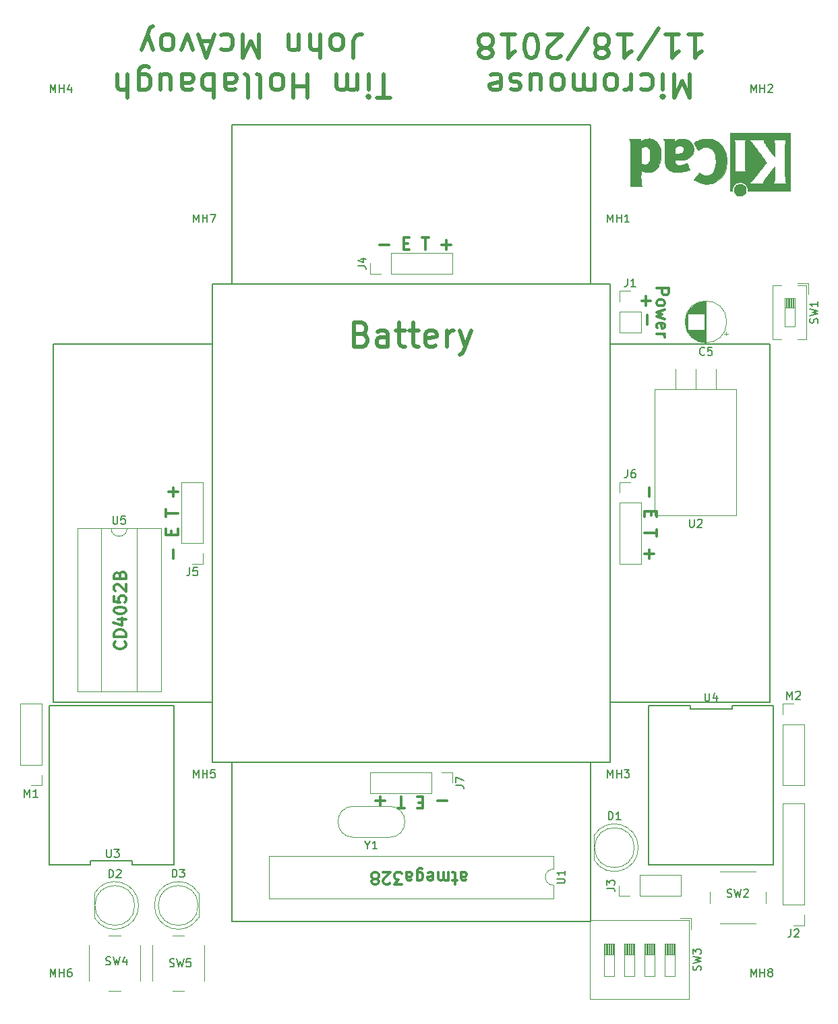
<source format=gbr>
G04 #@! TF.GenerationSoftware,KiCad,Pcbnew,5.0.0*
G04 #@! TF.CreationDate,2018-09-19T15:22:13-04:00*
G04 #@! TF.ProjectId,micromouse,6D6963726F6D6F7573652E6B69636164,rev?*
G04 #@! TF.SameCoordinates,PX8f0d180PY5f5e100*
G04 #@! TF.FileFunction,Legend,Top*
G04 #@! TF.FilePolarity,Positive*
%FSLAX46Y46*%
G04 Gerber Fmt 4.6, Leading zero omitted, Abs format (unit mm)*
G04 Created by KiCad (PCBNEW 5.0.0) date Wed Sep 19 15:22:13 2018*
%MOMM*%
%LPD*%
G01*
G04 APERTURE LIST*
%ADD10C,0.300000*%
%ADD11C,0.500000*%
%ADD12C,0.150000*%
%ADD13C,0.200000*%
%ADD14C,0.120000*%
%ADD15C,0.010000*%
G04 APERTURE END LIST*
D10*
X-35964286Y-14892857D02*
X-35892858Y-14964285D01*
X-35821429Y-15178571D01*
X-35821429Y-15321428D01*
X-35892858Y-15535714D01*
X-36035715Y-15678571D01*
X-36178572Y-15750000D01*
X-36464286Y-15821428D01*
X-36678572Y-15821428D01*
X-36964286Y-15750000D01*
X-37107143Y-15678571D01*
X-37250000Y-15535714D01*
X-37321429Y-15321428D01*
X-37321429Y-15178571D01*
X-37250000Y-14964285D01*
X-37178572Y-14892857D01*
X-35821429Y-14250000D02*
X-37321429Y-14250000D01*
X-37321429Y-13892857D01*
X-37250000Y-13678571D01*
X-37107143Y-13535714D01*
X-36964286Y-13464285D01*
X-36678572Y-13392857D01*
X-36464286Y-13392857D01*
X-36178572Y-13464285D01*
X-36035715Y-13535714D01*
X-35892858Y-13678571D01*
X-35821429Y-13892857D01*
X-35821429Y-14250000D01*
X-36821429Y-12107142D02*
X-35821429Y-12107142D01*
X-37392858Y-12464285D02*
X-36321429Y-12821428D01*
X-36321429Y-11892857D01*
X-37321429Y-11035714D02*
X-37321429Y-10892857D01*
X-37250000Y-10750000D01*
X-37178572Y-10678571D01*
X-37035715Y-10607142D01*
X-36750000Y-10535714D01*
X-36392858Y-10535714D01*
X-36107143Y-10607142D01*
X-35964286Y-10678571D01*
X-35892858Y-10750000D01*
X-35821429Y-10892857D01*
X-35821429Y-11035714D01*
X-35892858Y-11178571D01*
X-35964286Y-11250000D01*
X-36107143Y-11321428D01*
X-36392858Y-11392857D01*
X-36750000Y-11392857D01*
X-37035715Y-11321428D01*
X-37178572Y-11250000D01*
X-37250000Y-11178571D01*
X-37321429Y-11035714D01*
X-37321429Y-9178571D02*
X-37321429Y-9892857D01*
X-36607143Y-9964285D01*
X-36678572Y-9892857D01*
X-36750000Y-9750000D01*
X-36750000Y-9392857D01*
X-36678572Y-9250000D01*
X-36607143Y-9178571D01*
X-36464286Y-9107142D01*
X-36107143Y-9107142D01*
X-35964286Y-9178571D01*
X-35892858Y-9250000D01*
X-35821429Y-9392857D01*
X-35821429Y-9750000D01*
X-35892858Y-9892857D01*
X-35964286Y-9964285D01*
X-37178572Y-8535714D02*
X-37250000Y-8464285D01*
X-37321429Y-8321428D01*
X-37321429Y-7964285D01*
X-37250000Y-7821428D01*
X-37178572Y-7750000D01*
X-37035715Y-7678571D01*
X-36892858Y-7678571D01*
X-36678572Y-7750000D01*
X-35821429Y-8607142D01*
X-35821429Y-7678571D01*
X-36607143Y-6535714D02*
X-36535715Y-6321428D01*
X-36464286Y-6250000D01*
X-36321429Y-6178571D01*
X-36107143Y-6178571D01*
X-35964286Y-6250000D01*
X-35892858Y-6321428D01*
X-35821429Y-6464285D01*
X-35821429Y-7035714D01*
X-37321429Y-7035714D01*
X-37321429Y-6535714D01*
X-37250000Y-6392857D01*
X-37178572Y-6321428D01*
X-37035715Y-6250000D01*
X-36892858Y-6250000D01*
X-36750000Y-6321428D01*
X-36678572Y-6392857D01*
X-36607143Y-6535714D01*
X-36607143Y-7035714D01*
X6250000Y-43821428D02*
X6250000Y-44607142D01*
X6321428Y-44750000D01*
X6464285Y-44821428D01*
X6750000Y-44821428D01*
X6892857Y-44750000D01*
X6250000Y-43892857D02*
X6392857Y-43821428D01*
X6750000Y-43821428D01*
X6892857Y-43892857D01*
X6964285Y-44035714D01*
X6964285Y-44178571D01*
X6892857Y-44321428D01*
X6750000Y-44392857D01*
X6392857Y-44392857D01*
X6250000Y-44464285D01*
X5750000Y-44821428D02*
X5178571Y-44821428D01*
X5535714Y-45321428D02*
X5535714Y-44035714D01*
X5464285Y-43892857D01*
X5321428Y-43821428D01*
X5178571Y-43821428D01*
X4678571Y-43821428D02*
X4678571Y-44821428D01*
X4678571Y-44678571D02*
X4607142Y-44750000D01*
X4464285Y-44821428D01*
X4250000Y-44821428D01*
X4107142Y-44750000D01*
X4035714Y-44607142D01*
X4035714Y-43821428D01*
X4035714Y-44607142D02*
X3964285Y-44750000D01*
X3821428Y-44821428D01*
X3607142Y-44821428D01*
X3464285Y-44750000D01*
X3392857Y-44607142D01*
X3392857Y-43821428D01*
X2107142Y-43892857D02*
X2250000Y-43821428D01*
X2535714Y-43821428D01*
X2678571Y-43892857D01*
X2750000Y-44035714D01*
X2750000Y-44607142D01*
X2678571Y-44750000D01*
X2535714Y-44821428D01*
X2250000Y-44821428D01*
X2107142Y-44750000D01*
X2035714Y-44607142D01*
X2035714Y-44464285D01*
X2750000Y-44321428D01*
X750000Y-44821428D02*
X750000Y-43607142D01*
X821428Y-43464285D01*
X892857Y-43392857D01*
X1035714Y-43321428D01*
X1250000Y-43321428D01*
X1392857Y-43392857D01*
X750000Y-43892857D02*
X892857Y-43821428D01*
X1178571Y-43821428D01*
X1321428Y-43892857D01*
X1392857Y-43964285D01*
X1464285Y-44107142D01*
X1464285Y-44535714D01*
X1392857Y-44678571D01*
X1321428Y-44750000D01*
X1178571Y-44821428D01*
X892857Y-44821428D01*
X750000Y-44750000D01*
X-607143Y-43821428D02*
X-607143Y-44607142D01*
X-535715Y-44750000D01*
X-392858Y-44821428D01*
X-107143Y-44821428D01*
X35714Y-44750000D01*
X-607143Y-43892857D02*
X-464286Y-43821428D01*
X-107143Y-43821428D01*
X35714Y-43892857D01*
X107142Y-44035714D01*
X107142Y-44178571D01*
X35714Y-44321428D01*
X-107143Y-44392857D01*
X-464286Y-44392857D01*
X-607143Y-44464285D01*
X-1178572Y-45321428D02*
X-2107143Y-45321428D01*
X-1607143Y-44750000D01*
X-1821429Y-44750000D01*
X-1964286Y-44678571D01*
X-2035715Y-44607142D01*
X-2107143Y-44464285D01*
X-2107143Y-44107142D01*
X-2035715Y-43964285D01*
X-1964286Y-43892857D01*
X-1821429Y-43821428D01*
X-1392858Y-43821428D01*
X-1250000Y-43892857D01*
X-1178572Y-43964285D01*
X-2678572Y-45178571D02*
X-2750000Y-45250000D01*
X-2892858Y-45321428D01*
X-3250000Y-45321428D01*
X-3392858Y-45250000D01*
X-3464286Y-45178571D01*
X-3535715Y-45035714D01*
X-3535715Y-44892857D01*
X-3464286Y-44678571D01*
X-2607143Y-43821428D01*
X-3535715Y-43821428D01*
X-4392858Y-44678571D02*
X-4250000Y-44750000D01*
X-4178572Y-44821428D01*
X-4107143Y-44964285D01*
X-4107143Y-45035714D01*
X-4178572Y-45178571D01*
X-4250000Y-45250000D01*
X-4392858Y-45321428D01*
X-4678572Y-45321428D01*
X-4821429Y-45250000D01*
X-4892858Y-45178571D01*
X-4964286Y-45035714D01*
X-4964286Y-44964285D01*
X-4892858Y-44821428D01*
X-4821429Y-44750000D01*
X-4678572Y-44678571D01*
X-4392858Y-44678571D01*
X-4250000Y-44607142D01*
X-4178572Y-44535714D01*
X-4107143Y-44392857D01*
X-4107143Y-44107142D01*
X-4178572Y-43964285D01*
X-4250000Y-43892857D01*
X-4392858Y-43821428D01*
X-4678572Y-43821428D01*
X-4821429Y-43892857D01*
X-4892858Y-43964285D01*
X-4964286Y-44107142D01*
X-4964286Y-44392857D01*
X-4892858Y-44535714D01*
X-4821429Y-44607142D01*
X-4678572Y-44678571D01*
X4464285Y-34892857D02*
X3321428Y-34892857D01*
X1464285Y-35107142D02*
X964285Y-35107142D01*
X750000Y-34321428D02*
X1464285Y-34321428D01*
X1464285Y-35821428D01*
X750000Y-35821428D01*
X-821429Y-35821428D02*
X-1678572Y-35821428D01*
X-1250000Y-34321428D02*
X-1250000Y-35821428D01*
X-3321429Y-34892857D02*
X-4464286Y-34892857D01*
X-3892858Y-34321428D02*
X-3892858Y-35464285D01*
X-3964286Y34892858D02*
X-2821429Y34892858D01*
X-964286Y35107143D02*
X-464286Y35107143D01*
X-250000Y34321429D02*
X-964286Y34321429D01*
X-964286Y35821429D01*
X-250000Y35821429D01*
X1321428Y35821429D02*
X2178571Y35821429D01*
X1750000Y34321429D02*
X1750000Y35821429D01*
X3821428Y34892858D02*
X4964285Y34892858D01*
X4392857Y34321429D02*
X4392857Y35464286D01*
X-29892858Y-4464285D02*
X-29892858Y-3321428D01*
X-30107143Y-1464285D02*
X-30107143Y-964285D01*
X-29321429Y-750000D02*
X-29321429Y-1464285D01*
X-30821429Y-1464285D01*
X-30821429Y-750000D01*
X-30821429Y821429D02*
X-30821429Y1678572D01*
X-29321429Y1250000D02*
X-30821429Y1250000D01*
X-29892858Y3321429D02*
X-29892858Y4464286D01*
X-29321429Y3892858D02*
X-30464286Y3892858D01*
X29892857Y4464286D02*
X29892857Y3321429D01*
X30107142Y1464286D02*
X30107142Y964286D01*
X29321428Y750000D02*
X29321428Y1464286D01*
X30821428Y1464286D01*
X30821428Y750000D01*
X30821428Y-821428D02*
X30821428Y-1678571D01*
X29321428Y-1250000D02*
X30821428Y-1250000D01*
X29892857Y-3321428D02*
X29892857Y-4464285D01*
X29321428Y-3892857D02*
X30464285Y-3892857D01*
D11*
X-6214286Y23714286D02*
X-5785715Y23571429D01*
X-5642858Y23428572D01*
X-5500000Y23142858D01*
X-5500000Y22714286D01*
X-5642858Y22428572D01*
X-5785715Y22285715D01*
X-6071429Y22142858D01*
X-7214286Y22142858D01*
X-7214286Y25142858D01*
X-6214286Y25142858D01*
X-5928572Y25000000D01*
X-5785715Y24857143D01*
X-5642858Y24571429D01*
X-5642858Y24285715D01*
X-5785715Y24000000D01*
X-5928572Y23857143D01*
X-6214286Y23714286D01*
X-7214286Y23714286D01*
X-2928572Y22142858D02*
X-2928572Y23714286D01*
X-3071429Y24000000D01*
X-3357143Y24142858D01*
X-3928572Y24142858D01*
X-4214286Y24000000D01*
X-2928572Y22285715D02*
X-3214286Y22142858D01*
X-3928572Y22142858D01*
X-4214286Y22285715D01*
X-4357143Y22571429D01*
X-4357143Y22857143D01*
X-4214286Y23142858D01*
X-3928572Y23285715D01*
X-3214286Y23285715D01*
X-2928572Y23428572D01*
X-1928572Y24142858D02*
X-785715Y24142858D01*
X-1500000Y25142858D02*
X-1500000Y22571429D01*
X-1357143Y22285715D01*
X-1071429Y22142858D01*
X-785715Y22142858D01*
X-214286Y24142858D02*
X928571Y24142858D01*
X214285Y25142858D02*
X214285Y22571429D01*
X357142Y22285715D01*
X642857Y22142858D01*
X928571Y22142858D01*
X3071428Y22285715D02*
X2785714Y22142858D01*
X2214285Y22142858D01*
X1928571Y22285715D01*
X1785714Y22571429D01*
X1785714Y23714286D01*
X1928571Y24000000D01*
X2214285Y24142858D01*
X2785714Y24142858D01*
X3071428Y24000000D01*
X3214285Y23714286D01*
X3214285Y23428572D01*
X1785714Y23142858D01*
X4500000Y22142858D02*
X4500000Y24142858D01*
X4500000Y23571429D02*
X4642857Y23857143D01*
X4785714Y24000000D01*
X5071428Y24142858D01*
X5357142Y24142858D01*
X6071428Y24142858D02*
X6785714Y22142858D01*
X7500000Y24142858D02*
X6785714Y22142858D01*
X6500000Y21428572D01*
X6357142Y21285715D01*
X6071428Y21142858D01*
D10*
X29607142Y24928572D02*
X29607142Y26071429D01*
X28928571Y27892858D02*
X30071428Y27892858D01*
X29500000Y27321429D02*
X29500000Y28464286D01*
X30821428Y29464286D02*
X32321428Y29464286D01*
X32321428Y28892858D01*
X32250000Y28750000D01*
X32178571Y28678572D01*
X32035714Y28607143D01*
X31821428Y28607143D01*
X31678571Y28678572D01*
X31607142Y28750000D01*
X31535714Y28892858D01*
X31535714Y29464286D01*
X30821428Y27750000D02*
X30892857Y27892858D01*
X30964285Y27964286D01*
X31107142Y28035715D01*
X31535714Y28035715D01*
X31678571Y27964286D01*
X31750000Y27892858D01*
X31821428Y27750000D01*
X31821428Y27535715D01*
X31750000Y27392858D01*
X31678571Y27321429D01*
X31535714Y27250000D01*
X31107142Y27250000D01*
X30964285Y27321429D01*
X30892857Y27392858D01*
X30821428Y27535715D01*
X30821428Y27750000D01*
X31821428Y26750000D02*
X30821428Y26464286D01*
X31535714Y26178572D01*
X30821428Y25892858D01*
X31821428Y25607143D01*
X30892857Y24464286D02*
X30821428Y24607143D01*
X30821428Y24892858D01*
X30892857Y25035715D01*
X31035714Y25107143D01*
X31607142Y25107143D01*
X31750000Y25035715D01*
X31821428Y24892858D01*
X31821428Y24607143D01*
X31750000Y24464286D01*
X31607142Y24392858D01*
X31464285Y24392858D01*
X31321428Y25107143D01*
X30821428Y23750000D02*
X31821428Y23750000D01*
X31535714Y23750000D02*
X31678571Y23678572D01*
X31750000Y23607143D01*
X31821428Y23464286D01*
X31821428Y23321429D01*
D11*
X35000000Y56357143D02*
X35000000Y53357143D01*
X34000000Y55500000D01*
X33000000Y53357143D01*
X33000000Y56357143D01*
X31571428Y56357143D02*
X31571428Y54357143D01*
X31571428Y53357143D02*
X31714285Y53500000D01*
X31571428Y53642858D01*
X31428571Y53500000D01*
X31571428Y53357143D01*
X31571428Y53642858D01*
X28857142Y56214286D02*
X29142857Y56357143D01*
X29714285Y56357143D01*
X30000000Y56214286D01*
X30142857Y56071429D01*
X30285714Y55785715D01*
X30285714Y54928572D01*
X30142857Y54642858D01*
X30000000Y54500000D01*
X29714285Y54357143D01*
X29142857Y54357143D01*
X28857142Y54500000D01*
X27571428Y56357143D02*
X27571428Y54357143D01*
X27571428Y54928572D02*
X27428571Y54642858D01*
X27285714Y54500000D01*
X27000000Y54357143D01*
X26714285Y54357143D01*
X25285714Y56357143D02*
X25571428Y56214286D01*
X25714285Y56071429D01*
X25857142Y55785715D01*
X25857142Y54928572D01*
X25714285Y54642858D01*
X25571428Y54500000D01*
X25285714Y54357143D01*
X24857142Y54357143D01*
X24571428Y54500000D01*
X24428571Y54642858D01*
X24285714Y54928572D01*
X24285714Y55785715D01*
X24428571Y56071429D01*
X24571428Y56214286D01*
X24857142Y56357143D01*
X25285714Y56357143D01*
X23000000Y56357143D02*
X23000000Y54357143D01*
X23000000Y54642858D02*
X22857142Y54500000D01*
X22571428Y54357143D01*
X22142857Y54357143D01*
X21857142Y54500000D01*
X21714285Y54785715D01*
X21714285Y56357143D01*
X21714285Y54785715D02*
X21571428Y54500000D01*
X21285714Y54357143D01*
X20857142Y54357143D01*
X20571428Y54500000D01*
X20428571Y54785715D01*
X20428571Y56357143D01*
X18571428Y56357143D02*
X18857142Y56214286D01*
X19000000Y56071429D01*
X19142857Y55785715D01*
X19142857Y54928572D01*
X19000000Y54642858D01*
X18857142Y54500000D01*
X18571428Y54357143D01*
X18142857Y54357143D01*
X17857142Y54500000D01*
X17714285Y54642858D01*
X17571428Y54928572D01*
X17571428Y55785715D01*
X17714285Y56071429D01*
X17857142Y56214286D01*
X18142857Y56357143D01*
X18571428Y56357143D01*
X15000000Y54357143D02*
X15000000Y56357143D01*
X16285714Y54357143D02*
X16285714Y55928572D01*
X16142857Y56214286D01*
X15857142Y56357143D01*
X15428571Y56357143D01*
X15142857Y56214286D01*
X15000000Y56071429D01*
X13714285Y56214286D02*
X13428571Y56357143D01*
X12857142Y56357143D01*
X12571428Y56214286D01*
X12428571Y55928572D01*
X12428571Y55785715D01*
X12571428Y55500000D01*
X12857142Y55357143D01*
X13285714Y55357143D01*
X13571428Y55214286D01*
X13714285Y54928572D01*
X13714285Y54785715D01*
X13571428Y54500000D01*
X13285714Y54357143D01*
X12857142Y54357143D01*
X12571428Y54500000D01*
X10000000Y56214286D02*
X10285714Y56357143D01*
X10857142Y56357143D01*
X11142857Y56214286D01*
X11285714Y55928572D01*
X11285714Y54785715D01*
X11142857Y54500000D01*
X10857142Y54357143D01*
X10285714Y54357143D01*
X10000000Y54500000D01*
X9857142Y54785715D01*
X9857142Y55071429D01*
X11285714Y55357143D01*
X34785714Y61357143D02*
X36500000Y61357143D01*
X35642857Y61357143D02*
X35642857Y58357143D01*
X35928571Y58785715D01*
X36214285Y59071429D01*
X36500000Y59214286D01*
X31928571Y61357143D02*
X33642857Y61357143D01*
X32785714Y61357143D02*
X32785714Y58357143D01*
X33071428Y58785715D01*
X33357142Y59071429D01*
X33642857Y59214286D01*
X28500000Y58214286D02*
X31071428Y62071429D01*
X25928571Y61357143D02*
X27642857Y61357143D01*
X26785714Y61357143D02*
X26785714Y58357143D01*
X27071428Y58785715D01*
X27357142Y59071429D01*
X27642857Y59214286D01*
X24214285Y59642858D02*
X24500000Y59500000D01*
X24642857Y59357143D01*
X24785714Y59071429D01*
X24785714Y58928572D01*
X24642857Y58642858D01*
X24500000Y58500000D01*
X24214285Y58357143D01*
X23642857Y58357143D01*
X23357142Y58500000D01*
X23214285Y58642858D01*
X23071428Y58928572D01*
X23071428Y59071429D01*
X23214285Y59357143D01*
X23357142Y59500000D01*
X23642857Y59642858D01*
X24214285Y59642858D01*
X24500000Y59785715D01*
X24642857Y59928572D01*
X24785714Y60214286D01*
X24785714Y60785715D01*
X24642857Y61071429D01*
X24500000Y61214286D01*
X24214285Y61357143D01*
X23642857Y61357143D01*
X23357142Y61214286D01*
X23214285Y61071429D01*
X23071428Y60785715D01*
X23071428Y60214286D01*
X23214285Y59928572D01*
X23357142Y59785715D01*
X23642857Y59642858D01*
X19642857Y58214286D02*
X22214285Y62071429D01*
X18785714Y58642858D02*
X18642857Y58500000D01*
X18357142Y58357143D01*
X17642857Y58357143D01*
X17357142Y58500000D01*
X17214285Y58642858D01*
X17071428Y58928572D01*
X17071428Y59214286D01*
X17214285Y59642858D01*
X18928571Y61357143D01*
X17071428Y61357143D01*
X15214285Y58357143D02*
X14928571Y58357143D01*
X14642857Y58500000D01*
X14500000Y58642858D01*
X14357142Y58928572D01*
X14214285Y59500000D01*
X14214285Y60214286D01*
X14357142Y60785715D01*
X14500000Y61071429D01*
X14642857Y61214286D01*
X14928571Y61357143D01*
X15214285Y61357143D01*
X15500000Y61214286D01*
X15642857Y61071429D01*
X15785714Y60785715D01*
X15928571Y60214286D01*
X15928571Y59500000D01*
X15785714Y58928572D01*
X15642857Y58642858D01*
X15500000Y58500000D01*
X15214285Y58357143D01*
X11357142Y61357143D02*
X13071428Y61357143D01*
X12214285Y61357143D02*
X12214285Y58357143D01*
X12500000Y58785715D01*
X12785714Y59071429D01*
X13071428Y59214286D01*
X9642857Y59642858D02*
X9928571Y59500000D01*
X10071428Y59357143D01*
X10214285Y59071429D01*
X10214285Y58928572D01*
X10071428Y58642858D01*
X9928571Y58500000D01*
X9642857Y58357143D01*
X9071428Y58357143D01*
X8785714Y58500000D01*
X8642857Y58642858D01*
X8500000Y58928572D01*
X8500000Y59071429D01*
X8642857Y59357143D01*
X8785714Y59500000D01*
X9071428Y59642858D01*
X9642857Y59642858D01*
X9928571Y59785715D01*
X10071428Y59928572D01*
X10214285Y60214286D01*
X10214285Y60785715D01*
X10071428Y61071429D01*
X9928571Y61214286D01*
X9642857Y61357143D01*
X9071428Y61357143D01*
X8785714Y61214286D01*
X8642857Y61071429D01*
X8500000Y60785715D01*
X8500000Y60214286D01*
X8642857Y59928572D01*
X8785714Y59785715D01*
X9071428Y59642858D01*
X-2642858Y53357143D02*
X-4357143Y53357143D01*
X-3500000Y56357143D02*
X-3500000Y53357143D01*
X-5357143Y56357143D02*
X-5357143Y54357143D01*
X-5357143Y53357143D02*
X-5214286Y53500000D01*
X-5357143Y53642858D01*
X-5500000Y53500000D01*
X-5357143Y53357143D01*
X-5357143Y53642858D01*
X-6785715Y56357143D02*
X-6785715Y54357143D01*
X-6785715Y54642858D02*
X-6928572Y54500000D01*
X-7214286Y54357143D01*
X-7642858Y54357143D01*
X-7928572Y54500000D01*
X-8071429Y54785715D01*
X-8071429Y56357143D01*
X-8071429Y54785715D02*
X-8214286Y54500000D01*
X-8500000Y54357143D01*
X-8928572Y54357143D01*
X-9214286Y54500000D01*
X-9357143Y54785715D01*
X-9357143Y56357143D01*
X-13071429Y56357143D02*
X-13071429Y53357143D01*
X-13071429Y54785715D02*
X-14785715Y54785715D01*
X-14785715Y56357143D02*
X-14785715Y53357143D01*
X-16642858Y56357143D02*
X-16357143Y56214286D01*
X-16214286Y56071429D01*
X-16071429Y55785715D01*
X-16071429Y54928572D01*
X-16214286Y54642858D01*
X-16357143Y54500000D01*
X-16642858Y54357143D01*
X-17071429Y54357143D01*
X-17357143Y54500000D01*
X-17500000Y54642858D01*
X-17642858Y54928572D01*
X-17642858Y55785715D01*
X-17500000Y56071429D01*
X-17357143Y56214286D01*
X-17071429Y56357143D01*
X-16642858Y56357143D01*
X-19357143Y56357143D02*
X-19071429Y56214286D01*
X-18928572Y55928572D01*
X-18928572Y53357143D01*
X-20928572Y56357143D02*
X-20642858Y56214286D01*
X-20500000Y55928572D01*
X-20500000Y53357143D01*
X-23357143Y56357143D02*
X-23357143Y54785715D01*
X-23214286Y54500000D01*
X-22928572Y54357143D01*
X-22357143Y54357143D01*
X-22071429Y54500000D01*
X-23357143Y56214286D02*
X-23071429Y56357143D01*
X-22357143Y56357143D01*
X-22071429Y56214286D01*
X-21928572Y55928572D01*
X-21928572Y55642858D01*
X-22071429Y55357143D01*
X-22357143Y55214286D01*
X-23071429Y55214286D01*
X-23357143Y55071429D01*
X-24785715Y56357143D02*
X-24785715Y53357143D01*
X-24785715Y54500000D02*
X-25071429Y54357143D01*
X-25642858Y54357143D01*
X-25928572Y54500000D01*
X-26071429Y54642858D01*
X-26214286Y54928572D01*
X-26214286Y55785715D01*
X-26071429Y56071429D01*
X-25928572Y56214286D01*
X-25642858Y56357143D01*
X-25071429Y56357143D01*
X-24785715Y56214286D01*
X-28785715Y56357143D02*
X-28785715Y54785715D01*
X-28642858Y54500000D01*
X-28357143Y54357143D01*
X-27785715Y54357143D01*
X-27500000Y54500000D01*
X-28785715Y56214286D02*
X-28500000Y56357143D01*
X-27785715Y56357143D01*
X-27500000Y56214286D01*
X-27357143Y55928572D01*
X-27357143Y55642858D01*
X-27500000Y55357143D01*
X-27785715Y55214286D01*
X-28500000Y55214286D01*
X-28785715Y55071429D01*
X-31500000Y54357143D02*
X-31500000Y56357143D01*
X-30214286Y54357143D02*
X-30214286Y55928572D01*
X-30357143Y56214286D01*
X-30642858Y56357143D01*
X-31071429Y56357143D01*
X-31357143Y56214286D01*
X-31500000Y56071429D01*
X-34214286Y54357143D02*
X-34214286Y56785715D01*
X-34071429Y57071429D01*
X-33928572Y57214286D01*
X-33642858Y57357143D01*
X-33214286Y57357143D01*
X-32928572Y57214286D01*
X-34214286Y56214286D02*
X-33928572Y56357143D01*
X-33357143Y56357143D01*
X-33071429Y56214286D01*
X-32928572Y56071429D01*
X-32785715Y55785715D01*
X-32785715Y54928572D01*
X-32928572Y54642858D01*
X-33071429Y54500000D01*
X-33357143Y54357143D01*
X-33928572Y54357143D01*
X-34214286Y54500000D01*
X-35642858Y56357143D02*
X-35642858Y53357143D01*
X-36928572Y56357143D02*
X-36928572Y54785715D01*
X-36785715Y54500000D01*
X-36500000Y54357143D01*
X-36071429Y54357143D01*
X-35785715Y54500000D01*
X-35642858Y54642858D01*
X-7285715Y58357143D02*
X-7285715Y60500000D01*
X-7142858Y60928572D01*
X-6857143Y61214286D01*
X-6428572Y61357143D01*
X-6142858Y61357143D01*
X-9142858Y61357143D02*
X-8857143Y61214286D01*
X-8714286Y61071429D01*
X-8571429Y60785715D01*
X-8571429Y59928572D01*
X-8714286Y59642858D01*
X-8857143Y59500000D01*
X-9142858Y59357143D01*
X-9571429Y59357143D01*
X-9857143Y59500000D01*
X-10000000Y59642858D01*
X-10142858Y59928572D01*
X-10142858Y60785715D01*
X-10000000Y61071429D01*
X-9857143Y61214286D01*
X-9571429Y61357143D01*
X-9142858Y61357143D01*
X-11428572Y61357143D02*
X-11428572Y58357143D01*
X-12714286Y61357143D02*
X-12714286Y59785715D01*
X-12571429Y59500000D01*
X-12285715Y59357143D01*
X-11857143Y59357143D01*
X-11571429Y59500000D01*
X-11428572Y59642858D01*
X-14142858Y59357143D02*
X-14142858Y61357143D01*
X-14142858Y59642858D02*
X-14285715Y59500000D01*
X-14571429Y59357143D01*
X-15000000Y59357143D01*
X-15285715Y59500000D01*
X-15428572Y59785715D01*
X-15428572Y61357143D01*
X-19142858Y61357143D02*
X-19142858Y58357143D01*
X-20142858Y60500000D01*
X-21142858Y58357143D01*
X-21142858Y61357143D01*
X-23857143Y61214286D02*
X-23571429Y61357143D01*
X-23000000Y61357143D01*
X-22714286Y61214286D01*
X-22571429Y61071429D01*
X-22428572Y60785715D01*
X-22428572Y59928572D01*
X-22571429Y59642858D01*
X-22714286Y59500000D01*
X-23000000Y59357143D01*
X-23571429Y59357143D01*
X-23857143Y59500000D01*
X-25000000Y60500000D02*
X-26428572Y60500000D01*
X-24714286Y61357143D02*
X-25714286Y58357143D01*
X-26714286Y61357143D01*
X-27428572Y59357143D02*
X-28142858Y61357143D01*
X-28857143Y59357143D01*
X-30428572Y61357143D02*
X-30142858Y61214286D01*
X-30000000Y61071429D01*
X-29857143Y60785715D01*
X-29857143Y59928572D01*
X-30000000Y59642858D01*
X-30142858Y59500000D01*
X-30428572Y59357143D01*
X-30857143Y59357143D01*
X-31142858Y59500000D01*
X-31285715Y59642858D01*
X-31428572Y59928572D01*
X-31428572Y60785715D01*
X-31285715Y61071429D01*
X-31142858Y61214286D01*
X-30857143Y61357143D01*
X-30428572Y61357143D01*
X-32428572Y59357143D02*
X-33142858Y61357143D01*
X-33857143Y59357143D02*
X-33142858Y61357143D01*
X-32857143Y62071429D01*
X-32714286Y62214286D01*
X-32428572Y62357143D01*
D12*
X22500000Y-50000000D02*
X22500000Y-30000000D01*
X-22500000Y-50000000D02*
X22500000Y-50000000D01*
X-22500000Y-30000000D02*
X-22500000Y-50000000D01*
D13*
X22500000Y50000000D02*
X22500000Y30000000D01*
X-22500000Y50000000D02*
X22500000Y50000000D01*
X-22500000Y30000000D02*
X-22500000Y50000000D01*
X-45000000Y-22500000D02*
X-25000000Y-22500000D01*
X-45000000Y22500000D02*
X-45000000Y-22500000D01*
X-25000000Y22500000D02*
X-45000000Y22500000D01*
X45000000Y-22500000D02*
X25000000Y-22500000D01*
X45000000Y22500000D02*
X45000000Y-22500000D01*
X25000000Y22500000D02*
X45000000Y22500000D01*
X-25000000Y-30000000D02*
X-25000000Y30000000D01*
X25000000Y-30000000D02*
X-25000000Y-30000000D01*
X25000000Y30000000D02*
X25000000Y-30000000D01*
X-25000000Y30000000D02*
X25000000Y30000000D01*
D14*
G04 #@! TO.C,M1*
X-46420000Y-32950000D02*
X-47750000Y-32950000D01*
X-46420000Y-31620000D02*
X-46420000Y-32950000D01*
X-46420000Y-30350000D02*
X-49080000Y-30350000D01*
X-49080000Y-30350000D02*
X-49080000Y-22670000D01*
X-46420000Y-30350000D02*
X-46420000Y-22670000D01*
X-46420000Y-22670000D02*
X-49080000Y-22670000D01*
G04 #@! TO.C,D3*
X-26710000Y-49545000D02*
X-26710000Y-46455000D01*
X-26770000Y-48000000D02*
G75*
G03X-26770000Y-48000000I-2500000J0D01*
G01*
X-32260000Y-48000462D02*
G75*
G02X-26710000Y-46455170I2990000J462D01*
G01*
X-32260000Y-47999538D02*
G75*
G03X-26710000Y-49544830I2990000J-462D01*
G01*
G04 #@! TO.C,U5*
X-35690000Y-670000D02*
G75*
G02X-37690000Y-670000I-1000000J0D01*
G01*
X-37690000Y-670000D02*
X-38940000Y-670000D01*
X-38940000Y-670000D02*
X-38940000Y-21110000D01*
X-38940000Y-21110000D02*
X-34440000Y-21110000D01*
X-34440000Y-21110000D02*
X-34440000Y-670000D01*
X-34440000Y-670000D02*
X-35690000Y-670000D01*
X-41940000Y-610000D02*
X-41940000Y-21170000D01*
X-41940000Y-21170000D02*
X-31440000Y-21170000D01*
X-31440000Y-21170000D02*
X-31440000Y-610000D01*
X-31440000Y-610000D02*
X-41940000Y-610000D01*
D12*
G04 #@! TO.C,U3*
X-29800001Y-42880000D02*
X-29800000Y-22900000D01*
X-29800000Y-22900000D02*
X-45499999Y-22900000D01*
X-45499999Y-22900000D02*
X-45500000Y-42880000D01*
X-45500000Y-42880000D02*
X-40266666Y-42880000D01*
X-40266666Y-42880000D02*
X-40266666Y-42430000D01*
X-40266666Y-42430000D02*
X-35033334Y-42430000D01*
X-35033334Y-42430000D02*
X-35033334Y-42880000D01*
X-35033334Y-42880000D02*
X-29800001Y-42880000D01*
G04 #@! TO.C,U4*
X35033334Y-22900000D02*
X29800001Y-22900000D01*
X35033334Y-23350000D02*
X35033334Y-22900000D01*
X40266666Y-23350000D02*
X35033334Y-23350000D01*
X40266666Y-22900000D02*
X40266666Y-23350000D01*
X45500000Y-22900000D02*
X40266666Y-22900000D01*
X45499999Y-42880000D02*
X45500000Y-22900000D01*
X29800000Y-42880000D02*
X45499999Y-42880000D01*
X29800001Y-22900000D02*
X29800000Y-42880000D01*
D14*
G04 #@! TO.C,J2*
X49330000Y-35170000D02*
X46670000Y-35170000D01*
X49330000Y-47930000D02*
X49330000Y-35170000D01*
X46670000Y-47930000D02*
X46670000Y-35170000D01*
X49330000Y-47930000D02*
X46670000Y-47930000D01*
X49330000Y-49200000D02*
X49330000Y-50530000D01*
X49330000Y-50530000D02*
X48000000Y-50530000D01*
G04 #@! TO.C,SW5*
X-32500000Y-53000000D02*
X-32500000Y-57500000D01*
X-28500000Y-51750000D02*
X-30000000Y-51750000D01*
X-26000000Y-57500000D02*
X-26000000Y-53000000D01*
X-30000000Y-58750000D02*
X-28500000Y-58750000D01*
G04 #@! TO.C,SW4*
X-34000000Y-57500002D02*
X-34000000Y-53000002D01*
X-38000000Y-58750002D02*
X-36500000Y-58750002D01*
X-40500000Y-53000002D02*
X-40500000Y-57500002D01*
X-36500000Y-51750002D02*
X-38000000Y-51750002D01*
G04 #@! TO.C,J7*
X-5150000Y-31270000D02*
X-5150000Y-33930000D01*
X2530000Y-31270000D02*
X-5150000Y-31270000D01*
X2530000Y-33930000D02*
X-5150000Y-33930000D01*
X2530000Y-31270000D02*
X2530000Y-33930000D01*
X3800000Y-31270000D02*
X5130000Y-31270000D01*
X5130000Y-31270000D02*
X5130000Y-32600000D01*
G04 #@! TO.C,SW3*
X25515000Y-54133333D02*
X24245000Y-54133333D01*
X24315000Y-52780000D02*
X24315000Y-54133333D01*
X24435000Y-52780000D02*
X24435000Y-54133333D01*
X24555000Y-52780000D02*
X24555000Y-54133333D01*
X24675000Y-52780000D02*
X24675000Y-54133333D01*
X24795000Y-52780000D02*
X24795000Y-54133333D01*
X24915000Y-52780000D02*
X24915000Y-54133333D01*
X25035000Y-52780000D02*
X25035000Y-54133333D01*
X25155000Y-52780000D02*
X25155000Y-54133333D01*
X25275000Y-52780000D02*
X25275000Y-54133333D01*
X25395000Y-52780000D02*
X25395000Y-54133333D01*
X25515000Y-56840000D02*
X25515000Y-52780000D01*
X24245000Y-56840000D02*
X25515000Y-56840000D01*
X24245000Y-52780000D02*
X24245000Y-56840000D01*
X25515000Y-52780000D02*
X24245000Y-52780000D01*
X28055000Y-54133333D02*
X26785000Y-54133333D01*
X26855000Y-52780000D02*
X26855000Y-54133333D01*
X26975000Y-52780000D02*
X26975000Y-54133333D01*
X27095000Y-52780000D02*
X27095000Y-54133333D01*
X27215000Y-52780000D02*
X27215000Y-54133333D01*
X27335000Y-52780000D02*
X27335000Y-54133333D01*
X27455000Y-52780000D02*
X27455000Y-54133333D01*
X27575000Y-52780000D02*
X27575000Y-54133333D01*
X27695000Y-52780000D02*
X27695000Y-54133333D01*
X27815000Y-52780000D02*
X27815000Y-54133333D01*
X27935000Y-52780000D02*
X27935000Y-54133333D01*
X28055000Y-56840000D02*
X28055000Y-52780000D01*
X26785000Y-56840000D02*
X28055000Y-56840000D01*
X26785000Y-52780000D02*
X26785000Y-56840000D01*
X28055000Y-52780000D02*
X26785000Y-52780000D01*
X30595000Y-54133333D02*
X29325000Y-54133333D01*
X29395000Y-52780000D02*
X29395000Y-54133333D01*
X29515000Y-52780000D02*
X29515000Y-54133333D01*
X29635000Y-52780000D02*
X29635000Y-54133333D01*
X29755000Y-52780000D02*
X29755000Y-54133333D01*
X29875000Y-52780000D02*
X29875000Y-54133333D01*
X29995000Y-52780000D02*
X29995000Y-54133333D01*
X30115000Y-52780000D02*
X30115000Y-54133333D01*
X30235000Y-52780000D02*
X30235000Y-54133333D01*
X30355000Y-52780000D02*
X30355000Y-54133333D01*
X30475000Y-52780000D02*
X30475000Y-54133333D01*
X30595000Y-56840000D02*
X30595000Y-52780000D01*
X29325000Y-56840000D02*
X30595000Y-56840000D01*
X29325000Y-52780000D02*
X29325000Y-56840000D01*
X30595000Y-52780000D02*
X29325000Y-52780000D01*
X33135000Y-54133333D02*
X31865000Y-54133333D01*
X31935000Y-52780000D02*
X31935000Y-54133333D01*
X32055000Y-52780000D02*
X32055000Y-54133333D01*
X32175000Y-52780000D02*
X32175000Y-54133333D01*
X32295000Y-52780000D02*
X32295000Y-54133333D01*
X32415000Y-52780000D02*
X32415000Y-54133333D01*
X32535000Y-52780000D02*
X32535000Y-54133333D01*
X32655000Y-52780000D02*
X32655000Y-54133333D01*
X32775000Y-52780000D02*
X32775000Y-54133333D01*
X32895000Y-52780000D02*
X32895000Y-54133333D01*
X33015000Y-52780000D02*
X33015000Y-54133333D01*
X33135000Y-56840000D02*
X33135000Y-52780000D01*
X31865000Y-56840000D02*
X33135000Y-56840000D01*
X31865000Y-52780000D02*
X31865000Y-56840000D01*
X33135000Y-52780000D02*
X31865000Y-52780000D01*
X35160000Y-49620000D02*
X33777000Y-49620000D01*
X35160000Y-49620000D02*
X35160000Y-51004000D01*
X34920000Y-59760000D02*
X22460000Y-59760000D01*
X34920000Y-49860000D02*
X22460000Y-49860000D01*
X22460000Y-49860000D02*
X22460000Y-59760000D01*
X34920000Y-49860000D02*
X34920000Y-59760000D01*
G04 #@! TO.C,Y1*
X-2750000Y-39450000D02*
X-7250000Y-39450000D01*
X-2750000Y-35550000D02*
X-7250000Y-35550000D01*
X-2750000Y-35550000D02*
G75*
G02X-2750000Y-39450000I0J-1950000D01*
G01*
X-7250000Y-35550000D02*
G75*
G03X-7250000Y-39450000I0J-1950000D01*
G01*
G04 #@! TO.C,C5*
X39620000Y25250000D02*
G75*
G03X39620000Y25250000I-2620000J0D01*
G01*
X37000000Y22670000D02*
X37000000Y27830000D01*
X36960000Y22670000D02*
X36960000Y27830000D01*
X36920000Y22671000D02*
X36920000Y27829000D01*
X36880000Y22672000D02*
X36880000Y27828000D01*
X36840000Y22674000D02*
X36840000Y27826000D01*
X36800000Y22677000D02*
X36800000Y27823000D01*
X36760000Y22681000D02*
X36760000Y24210000D01*
X36760000Y26290000D02*
X36760000Y27819000D01*
X36720000Y22685000D02*
X36720000Y24210000D01*
X36720000Y26290000D02*
X36720000Y27815000D01*
X36680000Y22689000D02*
X36680000Y24210000D01*
X36680000Y26290000D02*
X36680000Y27811000D01*
X36640000Y22694000D02*
X36640000Y24210000D01*
X36640000Y26290000D02*
X36640000Y27806000D01*
X36600000Y22700000D02*
X36600000Y24210000D01*
X36600000Y26290000D02*
X36600000Y27800000D01*
X36560000Y22707000D02*
X36560000Y24210000D01*
X36560000Y26290000D02*
X36560000Y27793000D01*
X36520000Y22714000D02*
X36520000Y24210000D01*
X36520000Y26290000D02*
X36520000Y27786000D01*
X36480000Y22722000D02*
X36480000Y24210000D01*
X36480000Y26290000D02*
X36480000Y27778000D01*
X36440000Y22730000D02*
X36440000Y24210000D01*
X36440000Y26290000D02*
X36440000Y27770000D01*
X36400000Y22739000D02*
X36400000Y24210000D01*
X36400000Y26290000D02*
X36400000Y27761000D01*
X36360000Y22749000D02*
X36360000Y24210000D01*
X36360000Y26290000D02*
X36360000Y27751000D01*
X36320000Y22759000D02*
X36320000Y24210000D01*
X36320000Y26290000D02*
X36320000Y27741000D01*
X36279000Y22770000D02*
X36279000Y24210000D01*
X36279000Y26290000D02*
X36279000Y27730000D01*
X36239000Y22782000D02*
X36239000Y24210000D01*
X36239000Y26290000D02*
X36239000Y27718000D01*
X36199000Y22795000D02*
X36199000Y24210000D01*
X36199000Y26290000D02*
X36199000Y27705000D01*
X36159000Y22808000D02*
X36159000Y24210000D01*
X36159000Y26290000D02*
X36159000Y27692000D01*
X36119000Y22822000D02*
X36119000Y24210000D01*
X36119000Y26290000D02*
X36119000Y27678000D01*
X36079000Y22836000D02*
X36079000Y24210000D01*
X36079000Y26290000D02*
X36079000Y27664000D01*
X36039000Y22852000D02*
X36039000Y24210000D01*
X36039000Y26290000D02*
X36039000Y27648000D01*
X35999000Y22868000D02*
X35999000Y24210000D01*
X35999000Y26290000D02*
X35999000Y27632000D01*
X35959000Y22885000D02*
X35959000Y24210000D01*
X35959000Y26290000D02*
X35959000Y27615000D01*
X35919000Y22902000D02*
X35919000Y24210000D01*
X35919000Y26290000D02*
X35919000Y27598000D01*
X35879000Y22921000D02*
X35879000Y24210000D01*
X35879000Y26290000D02*
X35879000Y27579000D01*
X35839000Y22940000D02*
X35839000Y24210000D01*
X35839000Y26290000D02*
X35839000Y27560000D01*
X35799000Y22960000D02*
X35799000Y24210000D01*
X35799000Y26290000D02*
X35799000Y27540000D01*
X35759000Y22982000D02*
X35759000Y24210000D01*
X35759000Y26290000D02*
X35759000Y27518000D01*
X35719000Y23003000D02*
X35719000Y24210000D01*
X35719000Y26290000D02*
X35719000Y27497000D01*
X35679000Y23026000D02*
X35679000Y24210000D01*
X35679000Y26290000D02*
X35679000Y27474000D01*
X35639000Y23050000D02*
X35639000Y24210000D01*
X35639000Y26290000D02*
X35639000Y27450000D01*
X35599000Y23075000D02*
X35599000Y24210000D01*
X35599000Y26290000D02*
X35599000Y27425000D01*
X35559000Y23101000D02*
X35559000Y24210000D01*
X35559000Y26290000D02*
X35559000Y27399000D01*
X35519000Y23128000D02*
X35519000Y24210000D01*
X35519000Y26290000D02*
X35519000Y27372000D01*
X35479000Y23155000D02*
X35479000Y24210000D01*
X35479000Y26290000D02*
X35479000Y27345000D01*
X35439000Y23185000D02*
X35439000Y24210000D01*
X35439000Y26290000D02*
X35439000Y27315000D01*
X35399000Y23215000D02*
X35399000Y24210000D01*
X35399000Y26290000D02*
X35399000Y27285000D01*
X35359000Y23246000D02*
X35359000Y24210000D01*
X35359000Y26290000D02*
X35359000Y27254000D01*
X35319000Y23279000D02*
X35319000Y24210000D01*
X35319000Y26290000D02*
X35319000Y27221000D01*
X35279000Y23313000D02*
X35279000Y24210000D01*
X35279000Y26290000D02*
X35279000Y27187000D01*
X35239000Y23349000D02*
X35239000Y24210000D01*
X35239000Y26290000D02*
X35239000Y27151000D01*
X35199000Y23386000D02*
X35199000Y24210000D01*
X35199000Y26290000D02*
X35199000Y27114000D01*
X35159000Y23424000D02*
X35159000Y24210000D01*
X35159000Y26290000D02*
X35159000Y27076000D01*
X35119000Y23465000D02*
X35119000Y24210000D01*
X35119000Y26290000D02*
X35119000Y27035000D01*
X35079000Y23507000D02*
X35079000Y24210000D01*
X35079000Y26290000D02*
X35079000Y26993000D01*
X35039000Y23551000D02*
X35039000Y24210000D01*
X35039000Y26290000D02*
X35039000Y26949000D01*
X34999000Y23597000D02*
X34999000Y24210000D01*
X34999000Y26290000D02*
X34999000Y26903000D01*
X34959000Y23645000D02*
X34959000Y24210000D01*
X34959000Y26290000D02*
X34959000Y26855000D01*
X34919000Y23696000D02*
X34919000Y24210000D01*
X34919000Y26290000D02*
X34919000Y26804000D01*
X34879000Y23750000D02*
X34879000Y24210000D01*
X34879000Y26290000D02*
X34879000Y26750000D01*
X34839000Y23807000D02*
X34839000Y24210000D01*
X34839000Y26290000D02*
X34839000Y26693000D01*
X34799000Y23867000D02*
X34799000Y24210000D01*
X34799000Y26290000D02*
X34799000Y26633000D01*
X34759000Y23931000D02*
X34759000Y24210000D01*
X34759000Y26290000D02*
X34759000Y26569000D01*
X34719000Y23999000D02*
X34719000Y24210000D01*
X34719000Y26290000D02*
X34719000Y26501000D01*
X34679000Y24072000D02*
X34679000Y26428000D01*
X34639000Y24152000D02*
X34639000Y26348000D01*
X34599000Y24239000D02*
X34599000Y26261000D01*
X34559000Y24335000D02*
X34559000Y26165000D01*
X34519000Y24445000D02*
X34519000Y26055000D01*
X34479000Y24573000D02*
X34479000Y25927000D01*
X34439000Y24732000D02*
X34439000Y25768000D01*
X34399000Y24966000D02*
X34399000Y25534000D01*
X39804775Y23775000D02*
X39304775Y23775000D01*
X39554775Y23525000D02*
X39554775Y24025000D01*
G04 #@! TO.C,D1*
X28510000Y-40750462D02*
G75*
G03X22960000Y-39205170I-2990000J462D01*
G01*
X28510000Y-40749538D02*
G75*
G02X22960000Y-42294830I-2990000J-462D01*
G01*
X28020000Y-40750000D02*
G75*
G03X28020000Y-40750000I-2500000J0D01*
G01*
X22960000Y-39205000D02*
X22960000Y-42295000D01*
G04 #@! TO.C,D2*
X-34240000Y-48000462D02*
G75*
G03X-39790000Y-46455170I-2990000J462D01*
G01*
X-34240000Y-47999538D02*
G75*
G02X-39790000Y-49544830I-2990000J-462D01*
G01*
X-34730000Y-48000000D02*
G75*
G03X-34730000Y-48000000I-2500000J0D01*
G01*
X-39790000Y-46455000D02*
X-39790000Y-49545000D01*
G04 #@! TO.C,J1*
X26170000Y23920000D02*
X28830000Y23920000D01*
X26170000Y26520000D02*
X26170000Y23920000D01*
X28830000Y26520000D02*
X28830000Y23920000D01*
X26170000Y26520000D02*
X28830000Y26520000D01*
X26170000Y27790000D02*
X26170000Y29120000D01*
X26170000Y29120000D02*
X27500000Y29120000D01*
G04 #@! TO.C,J3*
X33830000Y-46830000D02*
X33830000Y-44170000D01*
X28690000Y-46830000D02*
X33830000Y-46830000D01*
X28690000Y-44170000D02*
X33830000Y-44170000D01*
X28690000Y-46830000D02*
X28690000Y-44170000D01*
X27420000Y-46830000D02*
X26090000Y-46830000D01*
X26090000Y-46830000D02*
X26090000Y-45500000D01*
G04 #@! TO.C,J4*
X-5130000Y31270000D02*
X-5130000Y32600000D01*
X-3800000Y31270000D02*
X-5130000Y31270000D01*
X-2530000Y31270000D02*
X-2530000Y33930000D01*
X-2530000Y33930000D02*
X5150000Y33930000D01*
X-2530000Y31270000D02*
X5150000Y31270000D01*
X5150000Y31270000D02*
X5150000Y33930000D01*
G04 #@! TO.C,J5*
X-26170000Y5140000D02*
X-28830000Y5140000D01*
X-26170000Y-2540000D02*
X-26170000Y5140000D01*
X-28830000Y-2540000D02*
X-28830000Y5140000D01*
X-26170000Y-2540000D02*
X-28830000Y-2540000D01*
X-26170000Y-3810000D02*
X-26170000Y-5140000D01*
X-26170000Y-5140000D02*
X-27500000Y-5140000D01*
G04 #@! TO.C,J6*
X26170000Y5140000D02*
X27500000Y5140000D01*
X26170000Y3810000D02*
X26170000Y5140000D01*
X26170000Y2540000D02*
X28830000Y2540000D01*
X28830000Y2540000D02*
X28830000Y-5140000D01*
X26170000Y2540000D02*
X26170000Y-5140000D01*
X26170000Y-5140000D02*
X28830000Y-5140000D01*
G04 #@! TO.C,M2*
X46670000Y-32950000D02*
X49330000Y-32950000D01*
X46670000Y-25270000D02*
X46670000Y-32950000D01*
X49330000Y-25270000D02*
X49330000Y-32950000D01*
X46670000Y-25270000D02*
X49330000Y-25270000D01*
X46670000Y-24000000D02*
X46670000Y-22670000D01*
X46670000Y-22670000D02*
X48000000Y-22670000D01*
G04 #@! TO.C,SW1*
X49610000Y29850000D02*
X49610000Y23029000D01*
X45390000Y29850000D02*
X45390000Y23029000D01*
X49610000Y29850000D02*
X48540000Y29850000D01*
X46460000Y29850000D02*
X45390000Y29850000D01*
X49610000Y23029000D02*
X48490000Y23029000D01*
X46510000Y23029000D02*
X45390000Y23029000D01*
X49850000Y30090000D02*
X49850000Y28707000D01*
X49850000Y30090000D02*
X48540000Y30090000D01*
X48135000Y28250000D02*
X46865000Y28250000D01*
X46865000Y28250000D02*
X46865000Y24630000D01*
X46865000Y24630000D02*
X48135000Y24630000D01*
X48135000Y24630000D02*
X48135000Y28250000D01*
X48015000Y28250000D02*
X48015000Y27043333D01*
X47895000Y28250000D02*
X47895000Y27043333D01*
X47775000Y28250000D02*
X47775000Y27043333D01*
X47655000Y28250000D02*
X47655000Y27043333D01*
X47535000Y28250000D02*
X47535000Y27043333D01*
X47415000Y28250000D02*
X47415000Y27043333D01*
X47295000Y28250000D02*
X47295000Y27043333D01*
X47175000Y28250000D02*
X47175000Y27043333D01*
X47055000Y28250000D02*
X47055000Y27043333D01*
X46935000Y28250000D02*
X46935000Y27043333D01*
X48135000Y27043333D02*
X46865000Y27043333D01*
G04 #@! TO.C,SW2*
X44500000Y-47750000D02*
X44500000Y-46250000D01*
X43250000Y-43750000D02*
X38750000Y-43750000D01*
X37500000Y-46250000D02*
X37500000Y-47750000D01*
X38750000Y-50250000D02*
X43250000Y-50250000D01*
G04 #@! TO.C,U1*
X17840000Y-45450000D02*
G75*
G02X17840000Y-43450000I0J1000000D01*
G01*
X17840000Y-43450000D02*
X17840000Y-41800000D01*
X17840000Y-41800000D02*
X-17840000Y-41800000D01*
X-17840000Y-41800000D02*
X-17840000Y-47100000D01*
X-17840000Y-47100000D02*
X17840000Y-47100000D01*
X17840000Y-47100000D02*
X17840000Y-45450000D01*
G04 #@! TO.C,U2*
X40830000Y16810000D02*
X30590000Y16810000D01*
X40830000Y920000D02*
X30590000Y920000D01*
X40830000Y920000D02*
X40830000Y16810000D01*
X30590000Y920000D02*
X30590000Y16810000D01*
X38250000Y16810000D02*
X38250000Y19350000D01*
X35710000Y16810000D02*
X35710000Y19350000D01*
X33170000Y16810000D02*
X33170000Y19350000D01*
D15*
G04 #@! TO.C,REF\002A\002A*
G36*
X41102318Y41083933D02*
X40966071Y41131172D01*
X40839221Y41205527D01*
X40725933Y41306987D01*
X40630372Y41435543D01*
X40587446Y41516572D01*
X40550295Y41629908D01*
X40532288Y41760751D01*
X40534283Y41895265D01*
X40556423Y42017158D01*
X40616936Y42166107D01*
X40704686Y42295309D01*
X40815212Y42402223D01*
X40944054Y42484306D01*
X41086753Y42539016D01*
X41238849Y42563810D01*
X41395881Y42556147D01*
X41473286Y42539772D01*
X41624141Y42481089D01*
X41758125Y42391543D01*
X41872006Y42273893D01*
X41962552Y42130902D01*
X41970212Y42115286D01*
X41996694Y42056686D01*
X42013322Y42007334D01*
X42022350Y41955270D01*
X42026032Y41888539D01*
X42026643Y41815929D01*
X42025633Y41728691D01*
X42021072Y41665624D01*
X42010666Y41614636D01*
X41992121Y41563633D01*
X41969230Y41513313D01*
X41883846Y41370470D01*
X41778699Y41254810D01*
X41657955Y41166325D01*
X41525779Y41105005D01*
X41386337Y41070839D01*
X41243795Y41063818D01*
X41102318Y41083933D01*
X41102318Y41083933D01*
G37*
X41102318Y41083933D02*
X40966071Y41131172D01*
X40839221Y41205527D01*
X40725933Y41306987D01*
X40630372Y41435543D01*
X40587446Y41516572D01*
X40550295Y41629908D01*
X40532288Y41760751D01*
X40534283Y41895265D01*
X40556423Y42017158D01*
X40616936Y42166107D01*
X40704686Y42295309D01*
X40815212Y42402223D01*
X40944054Y42484306D01*
X41086753Y42539016D01*
X41238849Y42563810D01*
X41395881Y42556147D01*
X41473286Y42539772D01*
X41624141Y42481089D01*
X41758125Y42391543D01*
X41872006Y42273893D01*
X41962552Y42130902D01*
X41970212Y42115286D01*
X41996694Y42056686D01*
X42013322Y42007334D01*
X42022350Y41955270D01*
X42026032Y41888539D01*
X42026643Y41815929D01*
X42025633Y41728691D01*
X42021072Y41665624D01*
X42010666Y41614636D01*
X41992121Y41563633D01*
X41969230Y41513313D01*
X41883846Y41370470D01*
X41778699Y41254810D01*
X41657955Y41166325D01*
X41525779Y41105005D01*
X41386337Y41070839D01*
X41243795Y41063818D01*
X41102318Y41083933D01*
G36*
X28458429Y42300089D02*
X28304124Y42300723D01*
X28251679Y42301042D01*
X27530500Y42305786D01*
X27521429Y45072572D01*
X27520231Y45447756D01*
X27519168Y45788417D01*
X27518173Y46096318D01*
X27517177Y46373221D01*
X27516112Y46620888D01*
X27514909Y46841081D01*
X27513501Y47035562D01*
X27511818Y47206094D01*
X27509794Y47354440D01*
X27507359Y47482361D01*
X27504446Y47591620D01*
X27500985Y47683979D01*
X27496910Y47761200D01*
X27492151Y47825046D01*
X27486640Y47877278D01*
X27480309Y47919660D01*
X27473090Y47953953D01*
X27464915Y47981920D01*
X27455715Y48005324D01*
X27445423Y48025925D01*
X27433969Y48045487D01*
X27421285Y48065772D01*
X27407305Y48088543D01*
X27404439Y48093393D01*
X27356360Y48175433D01*
X28746072Y48165929D01*
X28755143Y48013295D01*
X28760082Y47940045D01*
X28765229Y47897696D01*
X28772214Y47880892D01*
X28782663Y47884277D01*
X28791429Y47893960D01*
X28829612Y47929229D01*
X28891845Y47974563D01*
X28969359Y48024546D01*
X29053387Y48073761D01*
X29135161Y48116791D01*
X29197948Y48145101D01*
X29345046Y48191624D01*
X29513820Y48224579D01*
X29691809Y48242707D01*
X29866553Y48244750D01*
X30025593Y48229447D01*
X30028212Y48229009D01*
X30245832Y48174402D01*
X30449545Y48087401D01*
X30637387Y47969876D01*
X30807393Y47823697D01*
X30957598Y47650734D01*
X31086036Y47452857D01*
X31190743Y47231936D01*
X31247754Y47068286D01*
X31285349Y46931375D01*
X31313229Y46798798D01*
X31332247Y46662502D01*
X31343255Y46514433D01*
X31347105Y46346537D01*
X31345400Y46209440D01*
X30006641Y46209440D01*
X30000306Y46439329D01*
X29980321Y46637111D01*
X29946073Y46804539D01*
X29896945Y46943369D01*
X29832324Y47055358D01*
X29751595Y47142259D01*
X29658409Y47203692D01*
X29609920Y47226626D01*
X29567866Y47240375D01*
X29520980Y47246666D01*
X29457996Y47247222D01*
X29390143Y47244773D01*
X29256705Y47233004D01*
X29151168Y47209955D01*
X29118000Y47198410D01*
X29042265Y47164311D01*
X28962386Y47121491D01*
X28927500Y47100057D01*
X28836786Y47040556D01*
X28836786Y45154584D01*
X28936572Y45094771D01*
X29075733Y45027185D01*
X29217913Y44987214D01*
X29357910Y44974622D01*
X29490526Y44989173D01*
X29610560Y45030632D01*
X29712812Y45098763D01*
X29745805Y45131466D01*
X29825333Y45238619D01*
X29889701Y45368327D01*
X29939447Y45522814D01*
X29975109Y45704302D01*
X29997225Y45915015D01*
X30006333Y46157175D01*
X30006641Y46209440D01*
X31345400Y46209440D01*
X31344690Y46152374D01*
X31329395Y45853713D01*
X31298642Y45584325D01*
X31251619Y45340285D01*
X31187518Y45117670D01*
X31105528Y44912556D01*
X31076270Y44851746D01*
X30958419Y44653440D01*
X30816004Y44477212D01*
X30652371Y44325908D01*
X30470869Y44202371D01*
X30274847Y44109447D01*
X30157345Y44071115D01*
X30041946Y44048359D01*
X29903093Y44034820D01*
X29752426Y44030492D01*
X29601587Y44035368D01*
X29462215Y44049444D01*
X29350309Y44071525D01*
X29217116Y44114828D01*
X29088021Y44170511D01*
X28975072Y44232936D01*
X28914957Y44275303D01*
X28873490Y44306807D01*
X28844455Y44325990D01*
X28837850Y44328714D01*
X28835802Y44311163D01*
X28833893Y44260875D01*
X28832164Y44181400D01*
X28830659Y44076286D01*
X28829419Y43949083D01*
X28828487Y43803339D01*
X28827905Y43642603D01*
X28827714Y43478884D01*
X28827821Y43269188D01*
X28828342Y43092396D01*
X28829584Y42945126D01*
X28831852Y42823997D01*
X28835450Y42725627D01*
X28840683Y42646634D01*
X28847856Y42583638D01*
X28857274Y42533255D01*
X28869242Y42492105D01*
X28884065Y42456806D01*
X28902048Y42423977D01*
X28923495Y42390235D01*
X28926255Y42386057D01*
X28953917Y42342356D01*
X28970618Y42312305D01*
X28972857Y42305967D01*
X28955357Y42303967D01*
X28905426Y42302340D01*
X28826915Y42301112D01*
X28723677Y42300311D01*
X28599564Y42299961D01*
X28458429Y42300089D01*
X28458429Y42300089D01*
G37*
X28458429Y42300089D02*
X28304124Y42300723D01*
X28251679Y42301042D01*
X27530500Y42305786D01*
X27521429Y45072572D01*
X27520231Y45447756D01*
X27519168Y45788417D01*
X27518173Y46096318D01*
X27517177Y46373221D01*
X27516112Y46620888D01*
X27514909Y46841081D01*
X27513501Y47035562D01*
X27511818Y47206094D01*
X27509794Y47354440D01*
X27507359Y47482361D01*
X27504446Y47591620D01*
X27500985Y47683979D01*
X27496910Y47761200D01*
X27492151Y47825046D01*
X27486640Y47877278D01*
X27480309Y47919660D01*
X27473090Y47953953D01*
X27464915Y47981920D01*
X27455715Y48005324D01*
X27445423Y48025925D01*
X27433969Y48045487D01*
X27421285Y48065772D01*
X27407305Y48088543D01*
X27404439Y48093393D01*
X27356360Y48175433D01*
X28746072Y48165929D01*
X28755143Y48013295D01*
X28760082Y47940045D01*
X28765229Y47897696D01*
X28772214Y47880892D01*
X28782663Y47884277D01*
X28791429Y47893960D01*
X28829612Y47929229D01*
X28891845Y47974563D01*
X28969359Y48024546D01*
X29053387Y48073761D01*
X29135161Y48116791D01*
X29197948Y48145101D01*
X29345046Y48191624D01*
X29513820Y48224579D01*
X29691809Y48242707D01*
X29866553Y48244750D01*
X30025593Y48229447D01*
X30028212Y48229009D01*
X30245832Y48174402D01*
X30449545Y48087401D01*
X30637387Y47969876D01*
X30807393Y47823697D01*
X30957598Y47650734D01*
X31086036Y47452857D01*
X31190743Y47231936D01*
X31247754Y47068286D01*
X31285349Y46931375D01*
X31313229Y46798798D01*
X31332247Y46662502D01*
X31343255Y46514433D01*
X31347105Y46346537D01*
X31345400Y46209440D01*
X30006641Y46209440D01*
X30000306Y46439329D01*
X29980321Y46637111D01*
X29946073Y46804539D01*
X29896945Y46943369D01*
X29832324Y47055358D01*
X29751595Y47142259D01*
X29658409Y47203692D01*
X29609920Y47226626D01*
X29567866Y47240375D01*
X29520980Y47246666D01*
X29457996Y47247222D01*
X29390143Y47244773D01*
X29256705Y47233004D01*
X29151168Y47209955D01*
X29118000Y47198410D01*
X29042265Y47164311D01*
X28962386Y47121491D01*
X28927500Y47100057D01*
X28836786Y47040556D01*
X28836786Y45154584D01*
X28936572Y45094771D01*
X29075733Y45027185D01*
X29217913Y44987214D01*
X29357910Y44974622D01*
X29490526Y44989173D01*
X29610560Y45030632D01*
X29712812Y45098763D01*
X29745805Y45131466D01*
X29825333Y45238619D01*
X29889701Y45368327D01*
X29939447Y45522814D01*
X29975109Y45704302D01*
X29997225Y45915015D01*
X30006333Y46157175D01*
X30006641Y46209440D01*
X31345400Y46209440D01*
X31344690Y46152374D01*
X31329395Y45853713D01*
X31298642Y45584325D01*
X31251619Y45340285D01*
X31187518Y45117670D01*
X31105528Y44912556D01*
X31076270Y44851746D01*
X30958419Y44653440D01*
X30816004Y44477212D01*
X30652371Y44325908D01*
X30470869Y44202371D01*
X30274847Y44109447D01*
X30157345Y44071115D01*
X30041946Y44048359D01*
X29903093Y44034820D01*
X29752426Y44030492D01*
X29601587Y44035368D01*
X29462215Y44049444D01*
X29350309Y44071525D01*
X29217116Y44114828D01*
X29088021Y44170511D01*
X28975072Y44232936D01*
X28914957Y44275303D01*
X28873490Y44306807D01*
X28844455Y44325990D01*
X28837850Y44328714D01*
X28835802Y44311163D01*
X28833893Y44260875D01*
X28832164Y44181400D01*
X28830659Y44076286D01*
X28829419Y43949083D01*
X28828487Y43803339D01*
X28827905Y43642603D01*
X28827714Y43478884D01*
X28827821Y43269188D01*
X28828342Y43092396D01*
X28829584Y42945126D01*
X28831852Y42823997D01*
X28835450Y42725627D01*
X28840683Y42646634D01*
X28847856Y42583638D01*
X28857274Y42533255D01*
X28869242Y42492105D01*
X28884065Y42456806D01*
X28902048Y42423977D01*
X28923495Y42390235D01*
X28926255Y42386057D01*
X28953917Y42342356D01*
X28970618Y42312305D01*
X28972857Y42305967D01*
X28955357Y42303967D01*
X28905426Y42302340D01*
X28826915Y42301112D01*
X28723677Y42300311D01*
X28599564Y42299961D01*
X28458429Y42300089D01*
G36*
X33314368Y44027730D02*
X33224477Y44034535D01*
X32967285Y44068753D01*
X32739515Y44123331D01*
X32540057Y44199020D01*
X32367803Y44296570D01*
X32221641Y44416732D01*
X32100464Y44560258D01*
X32003161Y44727898D01*
X31932109Y44909286D01*
X31914073Y44967146D01*
X31898368Y45021329D01*
X31884808Y45074752D01*
X31873208Y45130333D01*
X31863383Y45190988D01*
X31855147Y45259635D01*
X31848316Y45339190D01*
X31842705Y45432572D01*
X31838128Y45542696D01*
X31834400Y45672481D01*
X31831335Y45824842D01*
X31828750Y46002698D01*
X31826458Y46208965D01*
X31824275Y46446561D01*
X31822714Y46632857D01*
X31812215Y47911929D01*
X31744179Y48035018D01*
X31711962Y48094317D01*
X31687988Y48140377D01*
X31676550Y48164893D01*
X31676143Y48166553D01*
X31693625Y48168454D01*
X31743426Y48170205D01*
X31821579Y48171758D01*
X31924118Y48173062D01*
X32047078Y48174070D01*
X32186490Y48174731D01*
X32338389Y48174997D01*
X32356500Y48175000D01*
X33036857Y48175000D01*
X33036857Y48020786D01*
X33038018Y47951094D01*
X33041113Y47897794D01*
X33045568Y47869217D01*
X33047537Y47866572D01*
X33065545Y47877653D01*
X33102607Y47906736D01*
X33150778Y47947579D01*
X33151859Y47948524D01*
X33239765Y48013971D01*
X33350783Y48079688D01*
X33472369Y48139219D01*
X33591979Y48186109D01*
X33644643Y48202133D01*
X33749449Y48222485D01*
X33878050Y48235472D01*
X34018675Y48240909D01*
X34159552Y48238611D01*
X34288907Y48228392D01*
X34379429Y48213689D01*
X34601420Y48148499D01*
X34801271Y48055594D01*
X34977681Y47936126D01*
X35129350Y47791247D01*
X35254976Y47622110D01*
X35353259Y47429867D01*
X35395659Y47313214D01*
X35422232Y47199833D01*
X35439842Y47063722D01*
X35447990Y46917437D01*
X35447722Y46896151D01*
X34220679Y46896151D01*
X34210504Y47004850D01*
X34176622Y47095185D01*
X34114000Y47178995D01*
X34089948Y47203571D01*
X34004449Y47270011D01*
X33905627Y47312574D01*
X33787232Y47333177D01*
X33662555Y47334694D01*
X33544302Y47324677D01*
X33453761Y47305085D01*
X33414440Y47290370D01*
X33343568Y47250265D01*
X33268475Y47193863D01*
X33199962Y47130561D01*
X33148828Y47069755D01*
X33135250Y47047449D01*
X33124695Y47016212D01*
X33117190Y46966507D01*
X33112387Y46893587D01*
X33109935Y46792703D01*
X33109429Y46696689D01*
X33109772Y46584750D01*
X33111157Y46503809D01*
X33114119Y46448585D01*
X33119192Y46413794D01*
X33126910Y46394154D01*
X33137808Y46384380D01*
X33141179Y46382824D01*
X33170471Y46378029D01*
X33228244Y46374108D01*
X33306696Y46371414D01*
X33398026Y46370299D01*
X33417857Y46370298D01*
X33539937Y46372246D01*
X33634251Y46378041D01*
X33709193Y46388475D01*
X33771097Y46403714D01*
X33924651Y46461784D01*
X34045068Y46533179D01*
X34133390Y46619039D01*
X34190661Y46720507D01*
X34217922Y46838725D01*
X34220679Y46896151D01*
X35447722Y46896151D01*
X35446177Y46773533D01*
X35433904Y46644565D01*
X35424330Y46592460D01*
X35363199Y46398997D01*
X35270243Y46220993D01*
X35147217Y46060155D01*
X34995876Y45918190D01*
X34817975Y45796806D01*
X34615268Y45697709D01*
X34442929Y45637533D01*
X34327747Y45605919D01*
X34217577Y45581354D01*
X34105281Y45563039D01*
X33983725Y45550178D01*
X33845771Y45541972D01*
X33684285Y45537624D01*
X33538285Y45536400D01*
X33105355Y45535215D01*
X33113649Y45405080D01*
X33137199Y45263883D01*
X33187297Y45142518D01*
X33261809Y45044017D01*
X33358601Y44971409D01*
X33443829Y44935979D01*
X33565944Y44913650D01*
X33711317Y44910443D01*
X33873133Y44925177D01*
X34044578Y44956670D01*
X34218837Y45003740D01*
X34389096Y45065203D01*
X34512824Y45121417D01*
X34572353Y45150283D01*
X34617758Y45170443D01*
X34640850Y45178310D01*
X34642103Y45178058D01*
X34650071Y45160437D01*
X34669969Y45113733D01*
X34699923Y45042418D01*
X34738061Y44950969D01*
X34782512Y44843859D01*
X34827695Y44734549D01*
X35008333Y44296740D01*
X34879845Y44275636D01*
X34824154Y44265047D01*
X34740436Y44247263D01*
X34635861Y44223898D01*
X34517601Y44196565D01*
X34392828Y44166881D01*
X34343143Y44154818D01*
X34128193Y44104962D01*
X33940005Y44067584D01*
X33771554Y44041927D01*
X33615814Y44027235D01*
X33465760Y44022755D01*
X33314368Y44027730D01*
X33314368Y44027730D01*
G37*
X33314368Y44027730D02*
X33224477Y44034535D01*
X32967285Y44068753D01*
X32739515Y44123331D01*
X32540057Y44199020D01*
X32367803Y44296570D01*
X32221641Y44416732D01*
X32100464Y44560258D01*
X32003161Y44727898D01*
X31932109Y44909286D01*
X31914073Y44967146D01*
X31898368Y45021329D01*
X31884808Y45074752D01*
X31873208Y45130333D01*
X31863383Y45190988D01*
X31855147Y45259635D01*
X31848316Y45339190D01*
X31842705Y45432572D01*
X31838128Y45542696D01*
X31834400Y45672481D01*
X31831335Y45824842D01*
X31828750Y46002698D01*
X31826458Y46208965D01*
X31824275Y46446561D01*
X31822714Y46632857D01*
X31812215Y47911929D01*
X31744179Y48035018D01*
X31711962Y48094317D01*
X31687988Y48140377D01*
X31676550Y48164893D01*
X31676143Y48166553D01*
X31693625Y48168454D01*
X31743426Y48170205D01*
X31821579Y48171758D01*
X31924118Y48173062D01*
X32047078Y48174070D01*
X32186490Y48174731D01*
X32338389Y48174997D01*
X32356500Y48175000D01*
X33036857Y48175000D01*
X33036857Y48020786D01*
X33038018Y47951094D01*
X33041113Y47897794D01*
X33045568Y47869217D01*
X33047537Y47866572D01*
X33065545Y47877653D01*
X33102607Y47906736D01*
X33150778Y47947579D01*
X33151859Y47948524D01*
X33239765Y48013971D01*
X33350783Y48079688D01*
X33472369Y48139219D01*
X33591979Y48186109D01*
X33644643Y48202133D01*
X33749449Y48222485D01*
X33878050Y48235472D01*
X34018675Y48240909D01*
X34159552Y48238611D01*
X34288907Y48228392D01*
X34379429Y48213689D01*
X34601420Y48148499D01*
X34801271Y48055594D01*
X34977681Y47936126D01*
X35129350Y47791247D01*
X35254976Y47622110D01*
X35353259Y47429867D01*
X35395659Y47313214D01*
X35422232Y47199833D01*
X35439842Y47063722D01*
X35447990Y46917437D01*
X35447722Y46896151D01*
X34220679Y46896151D01*
X34210504Y47004850D01*
X34176622Y47095185D01*
X34114000Y47178995D01*
X34089948Y47203571D01*
X34004449Y47270011D01*
X33905627Y47312574D01*
X33787232Y47333177D01*
X33662555Y47334694D01*
X33544302Y47324677D01*
X33453761Y47305085D01*
X33414440Y47290370D01*
X33343568Y47250265D01*
X33268475Y47193863D01*
X33199962Y47130561D01*
X33148828Y47069755D01*
X33135250Y47047449D01*
X33124695Y47016212D01*
X33117190Y46966507D01*
X33112387Y46893587D01*
X33109935Y46792703D01*
X33109429Y46696689D01*
X33109772Y46584750D01*
X33111157Y46503809D01*
X33114119Y46448585D01*
X33119192Y46413794D01*
X33126910Y46394154D01*
X33137808Y46384380D01*
X33141179Y46382824D01*
X33170471Y46378029D01*
X33228244Y46374108D01*
X33306696Y46371414D01*
X33398026Y46370299D01*
X33417857Y46370298D01*
X33539937Y46372246D01*
X33634251Y46378041D01*
X33709193Y46388475D01*
X33771097Y46403714D01*
X33924651Y46461784D01*
X34045068Y46533179D01*
X34133390Y46619039D01*
X34190661Y46720507D01*
X34217922Y46838725D01*
X34220679Y46896151D01*
X35447722Y46896151D01*
X35446177Y46773533D01*
X35433904Y46644565D01*
X35424330Y46592460D01*
X35363199Y46398997D01*
X35270243Y46220993D01*
X35147217Y46060155D01*
X34995876Y45918190D01*
X34817975Y45796806D01*
X34615268Y45697709D01*
X34442929Y45637533D01*
X34327747Y45605919D01*
X34217577Y45581354D01*
X34105281Y45563039D01*
X33983725Y45550178D01*
X33845771Y45541972D01*
X33684285Y45537624D01*
X33538285Y45536400D01*
X33105355Y45535215D01*
X33113649Y45405080D01*
X33137199Y45263883D01*
X33187297Y45142518D01*
X33261809Y45044017D01*
X33358601Y44971409D01*
X33443829Y44935979D01*
X33565944Y44913650D01*
X33711317Y44910443D01*
X33873133Y44925177D01*
X34044578Y44956670D01*
X34218837Y45003740D01*
X34389096Y45065203D01*
X34512824Y45121417D01*
X34572353Y45150283D01*
X34617758Y45170443D01*
X34640850Y45178310D01*
X34642103Y45178058D01*
X34650071Y45160437D01*
X34669969Y45113733D01*
X34699923Y45042418D01*
X34738061Y44950969D01*
X34782512Y44843859D01*
X34827695Y44734549D01*
X35008333Y44296740D01*
X34879845Y44275636D01*
X34824154Y44265047D01*
X34740436Y44247263D01*
X34635861Y44223898D01*
X34517601Y44196565D01*
X34392828Y44166881D01*
X34343143Y44154818D01*
X34128193Y44104962D01*
X33940005Y44067584D01*
X33771554Y44041927D01*
X33615814Y44027235D01*
X33465760Y44022755D01*
X33314368Y44027730D01*
G36*
X36918622Y42569231D02*
X36722981Y42590649D01*
X36533438Y42628985D01*
X36342283Y42686238D01*
X36141804Y42764409D01*
X35924292Y42865496D01*
X35885120Y42885076D01*
X35795228Y42929362D01*
X35710447Y42969239D01*
X35639145Y43000898D01*
X35589690Y43020532D01*
X35582092Y43023004D01*
X35509286Y43044817D01*
X35835197Y43518944D01*
X35914877Y43634823D01*
X35987728Y43740694D01*
X36051270Y43832962D01*
X36103028Y43908033D01*
X36140523Y43962313D01*
X36161277Y43992207D01*
X36164649Y43996941D01*
X36178345Y43987042D01*
X36212057Y43957285D01*
X36259756Y43913073D01*
X36286080Y43888084D01*
X36435228Y43769456D01*
X36602732Y43679313D01*
X36747072Y43629936D01*
X36833717Y43614429D01*
X36942204Y43604979D01*
X37059773Y43601761D01*
X37173666Y43604951D01*
X37271121Y43614724D01*
X37310010Y43622209D01*
X37485288Y43682512D01*
X37643235Y43774590D01*
X37783732Y43898273D01*
X37906665Y44053393D01*
X38011915Y44239781D01*
X38099365Y44457270D01*
X38168900Y44705692D01*
X38210225Y44918357D01*
X38221006Y45012241D01*
X38228352Y45133524D01*
X38232333Y45273493D01*
X38233021Y45423431D01*
X38230486Y45574622D01*
X38224800Y45718351D01*
X38216033Y45845903D01*
X38204256Y45948562D01*
X38201707Y45964401D01*
X38145519Y46219536D01*
X38068964Y46445342D01*
X37971574Y46642831D01*
X37852886Y46813014D01*
X37768637Y46905022D01*
X37617230Y47029943D01*
X37451183Y47122540D01*
X37273299Y47182309D01*
X37086378Y47208746D01*
X36893222Y47201348D01*
X36696631Y47159611D01*
X36580403Y47118771D01*
X36419562Y47036990D01*
X36253787Y46919678D01*
X36160927Y46840345D01*
X36108786Y46794429D01*
X36067820Y46760742D01*
X36044502Y46744510D01*
X36041607Y46744015D01*
X36031200Y46760601D01*
X36004233Y46804432D01*
X35963004Y46871748D01*
X35909811Y46958794D01*
X35846950Y47061810D01*
X35776719Y47177041D01*
X35737628Y47241231D01*
X35439036Y47731677D01*
X35811839Y47915915D01*
X35946631Y47982093D01*
X36055825Y48034278D01*
X36146093Y48075060D01*
X36224112Y48107033D01*
X36296556Y48132787D01*
X36370099Y48154914D01*
X36451416Y48176007D01*
X36529357Y48194530D01*
X36598634Y48208863D01*
X36671083Y48219694D01*
X36753958Y48227626D01*
X36854512Y48233258D01*
X36979997Y48237192D01*
X37064572Y48238891D01*
X37185246Y48240050D01*
X37300958Y48239465D01*
X37404049Y48237304D01*
X37486862Y48233732D01*
X37541740Y48228917D01*
X37544992Y48228437D01*
X37829957Y48166786D01*
X38097558Y48073285D01*
X38347703Y47947993D01*
X38580296Y47790974D01*
X38795243Y47602289D01*
X38992450Y47382000D01*
X39135273Y47186214D01*
X39287320Y46929949D01*
X39410227Y46659317D01*
X39504590Y46372149D01*
X39571001Y46066276D01*
X39610056Y45739528D01*
X39622360Y45407739D01*
X39612241Y45086779D01*
X39580439Y44790646D01*
X39525946Y44514345D01*
X39447750Y44252881D01*
X39344841Y44001258D01*
X39332553Y43975190D01*
X39197180Y43731507D01*
X39030911Y43499618D01*
X38838459Y43284323D01*
X38624534Y43090422D01*
X38393845Y42922715D01*
X38178891Y42799696D01*
X37961742Y42703345D01*
X37744132Y42633551D01*
X37517638Y42588413D01*
X37273834Y42566031D01*
X37128072Y42562731D01*
X36918622Y42569231D01*
X36918622Y42569231D01*
G37*
X36918622Y42569231D02*
X36722981Y42590649D01*
X36533438Y42628985D01*
X36342283Y42686238D01*
X36141804Y42764409D01*
X35924292Y42865496D01*
X35885120Y42885076D01*
X35795228Y42929362D01*
X35710447Y42969239D01*
X35639145Y43000898D01*
X35589690Y43020532D01*
X35582092Y43023004D01*
X35509286Y43044817D01*
X35835197Y43518944D01*
X35914877Y43634823D01*
X35987728Y43740694D01*
X36051270Y43832962D01*
X36103028Y43908033D01*
X36140523Y43962313D01*
X36161277Y43992207D01*
X36164649Y43996941D01*
X36178345Y43987042D01*
X36212057Y43957285D01*
X36259756Y43913073D01*
X36286080Y43888084D01*
X36435228Y43769456D01*
X36602732Y43679313D01*
X36747072Y43629936D01*
X36833717Y43614429D01*
X36942204Y43604979D01*
X37059773Y43601761D01*
X37173666Y43604951D01*
X37271121Y43614724D01*
X37310010Y43622209D01*
X37485288Y43682512D01*
X37643235Y43774590D01*
X37783732Y43898273D01*
X37906665Y44053393D01*
X38011915Y44239781D01*
X38099365Y44457270D01*
X38168900Y44705692D01*
X38210225Y44918357D01*
X38221006Y45012241D01*
X38228352Y45133524D01*
X38232333Y45273493D01*
X38233021Y45423431D01*
X38230486Y45574622D01*
X38224800Y45718351D01*
X38216033Y45845903D01*
X38204256Y45948562D01*
X38201707Y45964401D01*
X38145519Y46219536D01*
X38068964Y46445342D01*
X37971574Y46642831D01*
X37852886Y46813014D01*
X37768637Y46905022D01*
X37617230Y47029943D01*
X37451183Y47122540D01*
X37273299Y47182309D01*
X37086378Y47208746D01*
X36893222Y47201348D01*
X36696631Y47159611D01*
X36580403Y47118771D01*
X36419562Y47036990D01*
X36253787Y46919678D01*
X36160927Y46840345D01*
X36108786Y46794429D01*
X36067820Y46760742D01*
X36044502Y46744510D01*
X36041607Y46744015D01*
X36031200Y46760601D01*
X36004233Y46804432D01*
X35963004Y46871748D01*
X35909811Y46958794D01*
X35846950Y47061810D01*
X35776719Y47177041D01*
X35737628Y47241231D01*
X35439036Y47731677D01*
X35811839Y47915915D01*
X35946631Y47982093D01*
X36055825Y48034278D01*
X36146093Y48075060D01*
X36224112Y48107033D01*
X36296556Y48132787D01*
X36370099Y48154914D01*
X36451416Y48176007D01*
X36529357Y48194530D01*
X36598634Y48208863D01*
X36671083Y48219694D01*
X36753958Y48227626D01*
X36854512Y48233258D01*
X36979997Y48237192D01*
X37064572Y48238891D01*
X37185246Y48240050D01*
X37300958Y48239465D01*
X37404049Y48237304D01*
X37486862Y48233732D01*
X37541740Y48228917D01*
X37544992Y48228437D01*
X37829957Y48166786D01*
X38097558Y48073285D01*
X38347703Y47947993D01*
X38580296Y47790974D01*
X38795243Y47602289D01*
X38992450Y47382000D01*
X39135273Y47186214D01*
X39287320Y46929949D01*
X39410227Y46659317D01*
X39504590Y46372149D01*
X39571001Y46066276D01*
X39610056Y45739528D01*
X39622360Y45407739D01*
X39612241Y45086779D01*
X39580439Y44790646D01*
X39525946Y44514345D01*
X39447750Y44252881D01*
X39344841Y44001258D01*
X39332553Y43975190D01*
X39197180Y43731507D01*
X39030911Y43499618D01*
X38838459Y43284323D01*
X38624534Y43090422D01*
X38393845Y42922715D01*
X38178891Y42799696D01*
X37961742Y42703345D01*
X37744132Y42633551D01*
X37517638Y42588413D01*
X37273834Y42566031D01*
X37128072Y42562731D01*
X36918622Y42569231D01*
G36*
X45370089Y41661660D02*
X45020540Y41661707D01*
X44857830Y41661714D01*
X42253429Y41661715D01*
X42253429Y41815238D01*
X42237043Y42002063D01*
X42187588Y42174367D01*
X42104620Y42333175D01*
X41987695Y42479510D01*
X41948136Y42519032D01*
X41805830Y42631138D01*
X41648922Y42712899D01*
X41482072Y42764353D01*
X41309939Y42785537D01*
X41137185Y42776487D01*
X40968470Y42737242D01*
X40808454Y42667838D01*
X40661798Y42568311D01*
X40595932Y42508265D01*
X40473192Y42361043D01*
X40383188Y42199147D01*
X40326706Y42024427D01*
X40304529Y41838735D01*
X40304234Y41820467D01*
X40303072Y41661720D01*
X40233300Y41661717D01*
X40171405Y41670118D01*
X40114865Y41690556D01*
X40111128Y41692667D01*
X40098358Y41699293D01*
X40086632Y41704454D01*
X40075906Y41709651D01*
X40066139Y41716390D01*
X40057288Y41726171D01*
X40049311Y41740500D01*
X40042165Y41760878D01*
X40035808Y41788808D01*
X40030198Y41825795D01*
X40025293Y41873340D01*
X40021049Y41932947D01*
X40017424Y42006119D01*
X40014377Y42094359D01*
X40011864Y42199170D01*
X40009844Y42322055D01*
X40008274Y42464517D01*
X40007112Y42628060D01*
X40006314Y42814186D01*
X40005840Y43024398D01*
X40005646Y43260200D01*
X40005690Y43523094D01*
X40005930Y43814584D01*
X40006323Y44136172D01*
X40006827Y44489362D01*
X40007400Y44875657D01*
X40007999Y45296560D01*
X40008068Y45347840D01*
X40008605Y45771426D01*
X40009061Y46160230D01*
X40009484Y46515753D01*
X40009921Y46839498D01*
X40010422Y47132966D01*
X40011035Y47397661D01*
X40011808Y47635085D01*
X40012789Y47846740D01*
X40014026Y48034129D01*
X40015568Y48198754D01*
X40017463Y48342117D01*
X40019759Y48465720D01*
X40022504Y48571067D01*
X40025747Y48659659D01*
X40029536Y48733000D01*
X40033919Y48792590D01*
X40038945Y48839933D01*
X40044661Y48876531D01*
X40051116Y48903886D01*
X40058359Y48923502D01*
X40066437Y48936879D01*
X40075398Y48945521D01*
X40085292Y48950930D01*
X40096165Y48954608D01*
X40108067Y48958058D01*
X40121046Y48962782D01*
X40124217Y48964220D01*
X40134181Y48967451D01*
X40150859Y48970420D01*
X40175707Y48973137D01*
X40210180Y48975613D01*
X40255736Y48977858D01*
X40313830Y48979883D01*
X40385919Y48981698D01*
X40473458Y48983315D01*
X40577905Y48984743D01*
X40700715Y48985993D01*
X40843345Y48987076D01*
X41007251Y48988002D01*
X41193890Y48988782D01*
X41404716Y48989426D01*
X41641188Y48989946D01*
X41904761Y48990351D01*
X42196890Y48990652D01*
X42519034Y48990860D01*
X42872647Y48990985D01*
X43259186Y48991038D01*
X43680108Y48991029D01*
X43816456Y48991016D01*
X44246716Y48990947D01*
X44642164Y48990834D01*
X45004273Y48990665D01*
X45334517Y48990430D01*
X45634371Y48990116D01*
X45905308Y48989713D01*
X46148800Y48989207D01*
X46366323Y48988589D01*
X46559350Y48987846D01*
X46729354Y48986968D01*
X46877810Y48985941D01*
X47006190Y48984756D01*
X47115969Y48983400D01*
X47208620Y48981862D01*
X47285617Y48980130D01*
X47348434Y48978194D01*
X47398544Y48976040D01*
X47437421Y48973659D01*
X47466538Y48971037D01*
X47487371Y48968165D01*
X47501391Y48965030D01*
X47509034Y48962159D01*
X47522618Y48956430D01*
X47535090Y48952206D01*
X47546498Y48947985D01*
X47556889Y48942268D01*
X47566309Y48933555D01*
X47574808Y48920345D01*
X47582430Y48901137D01*
X47589225Y48874433D01*
X47595238Y48838730D01*
X47600517Y48792530D01*
X47605110Y48734332D01*
X47609064Y48662635D01*
X47612425Y48575940D01*
X47615241Y48472746D01*
X47617560Y48351553D01*
X47619428Y48210860D01*
X47619916Y48156857D01*
X47135704Y48156857D01*
X45424256Y48156857D01*
X45457187Y48106964D01*
X45489947Y48055693D01*
X45517689Y48006869D01*
X45540807Y47957076D01*
X45559697Y47902898D01*
X45574751Y47840916D01*
X45586367Y47767715D01*
X45594936Y47679878D01*
X45600856Y47573988D01*
X45604519Y47446628D01*
X45606321Y47294381D01*
X45606656Y47113832D01*
X45605919Y46901562D01*
X45605501Y46822755D01*
X45600786Y45977911D01*
X45065572Y46706557D01*
X44913946Y46913265D01*
X44782581Y47093260D01*
X44670057Y47248925D01*
X44574957Y47382647D01*
X44495862Y47496809D01*
X44431353Y47593797D01*
X44380012Y47675994D01*
X44340420Y47745786D01*
X44311160Y47805558D01*
X44290812Y47857693D01*
X44277958Y47904576D01*
X44271181Y47948593D01*
X44269060Y47992127D01*
X44270179Y48037564D01*
X44270464Y48043275D01*
X44276357Y48156933D01*
X42400771Y48156857D01*
X42540278Y48016189D01*
X42578135Y47977715D01*
X42614047Y47940279D01*
X42649593Y47901814D01*
X42686347Y47860258D01*
X42725886Y47813545D01*
X42769786Y47759610D01*
X42819623Y47696390D01*
X42876972Y47621818D01*
X42943411Y47533832D01*
X43020515Y47430365D01*
X43109861Y47309354D01*
X43213024Y47168734D01*
X43331580Y47006440D01*
X43467105Y46820407D01*
X43621177Y46608571D01*
X43747462Y46434804D01*
X43905954Y46216501D01*
X44044216Y46025629D01*
X44163499Y45860374D01*
X44265057Y45718926D01*
X44350141Y45599471D01*
X44420005Y45500198D01*
X44475900Y45419295D01*
X44519080Y45354949D01*
X44550797Y45305347D01*
X44572302Y45268679D01*
X44584850Y45243132D01*
X44589692Y45226893D01*
X44588237Y45218355D01*
X44570599Y45195635D01*
X44532466Y45147543D01*
X44476138Y45076938D01*
X44403916Y44986678D01*
X44318101Y44879621D01*
X44220994Y44758627D01*
X44114896Y44626554D01*
X44002109Y44486260D01*
X43884932Y44340603D01*
X43765667Y44192444D01*
X43700067Y44111000D01*
X42071314Y44111000D01*
X42003621Y44233465D01*
X41935929Y44355929D01*
X41935929Y47911929D01*
X42003621Y48034393D01*
X42071314Y48156857D01*
X41270559Y48156857D01*
X41079398Y48156802D01*
X40921501Y48156551D01*
X40793848Y48155979D01*
X40693419Y48154959D01*
X40617193Y48153365D01*
X40562148Y48151070D01*
X40525264Y48147950D01*
X40503521Y48143877D01*
X40493898Y48138725D01*
X40493373Y48132367D01*
X40498926Y48124679D01*
X40498984Y48124615D01*
X40521860Y48091524D01*
X40552151Y48037719D01*
X40578903Y47984008D01*
X40629643Y47875643D01*
X40634818Y45993322D01*
X40639993Y44111000D01*
X42071314Y44111000D01*
X43700067Y44111000D01*
X43646615Y44044639D01*
X43530077Y43900047D01*
X43418354Y43761528D01*
X43313746Y43631939D01*
X43218556Y43514140D01*
X43135083Y43410988D01*
X43065629Y43325343D01*
X43012494Y43260062D01*
X42981285Y43222000D01*
X42860097Y43079670D01*
X42743507Y42951230D01*
X42635603Y42840886D01*
X42540470Y42752841D01*
X42472957Y42698862D01*
X42393127Y42641429D01*
X44229108Y42641429D01*
X44228592Y42749165D01*
X44233724Y42828372D01*
X44253015Y42901805D01*
X44282877Y42971415D01*
X44302288Y43010741D01*
X44323159Y43049707D01*
X44347396Y43090901D01*
X44376906Y43136908D01*
X44413594Y43190317D01*
X44459368Y43253714D01*
X44516135Y43329685D01*
X44585800Y43420817D01*
X44670270Y43529698D01*
X44771453Y43658914D01*
X44891253Y43811052D01*
X45031579Y43988698D01*
X45047429Y44008742D01*
X45600786Y44708508D01*
X45606143Y43933504D01*
X45607221Y43701368D01*
X45606992Y43504846D01*
X45605443Y43343292D01*
X45602563Y43216056D01*
X45598341Y43122492D01*
X45592766Y43061952D01*
X45590893Y43050468D01*
X45561495Y42929499D01*
X45522978Y42820446D01*
X45479026Y42732763D01*
X45452621Y42695574D01*
X45407060Y42641429D01*
X46271530Y42641429D01*
X46477745Y42641605D01*
X46650188Y42642179D01*
X46791373Y42643217D01*
X46903812Y42644787D01*
X46990017Y42646954D01*
X47052502Y42649788D01*
X47093779Y42653353D01*
X47116360Y42657718D01*
X47122759Y42662949D01*
X47122317Y42664107D01*
X47103991Y42691769D01*
X47073396Y42735615D01*
X47057567Y42757791D01*
X47041202Y42779920D01*
X47026492Y42799709D01*
X47013344Y42819106D01*
X47001667Y42840058D01*
X46991368Y42864512D01*
X46982354Y42894416D01*
X46974532Y42931717D01*
X46967809Y42978363D01*
X46962094Y43036301D01*
X46957293Y43107479D01*
X46953315Y43193844D01*
X46950065Y43297344D01*
X46947452Y43419925D01*
X46945383Y43563537D01*
X46943766Y43730125D01*
X46942507Y43921637D01*
X46941515Y44140022D01*
X46940696Y44387226D01*
X46939958Y44665196D01*
X46939209Y44975881D01*
X46938508Y45261300D01*
X46937847Y45579492D01*
X46937503Y45883077D01*
X46937468Y46170115D01*
X46937732Y46438669D01*
X46938285Y46686798D01*
X46939120Y46912563D01*
X46940227Y47114026D01*
X46941596Y47289246D01*
X46943219Y47436286D01*
X46945087Y47553206D01*
X46947189Y47638067D01*
X46949518Y47688929D01*
X46949959Y47694304D01*
X46966008Y47817613D01*
X46991064Y47916644D01*
X47029221Y48003070D01*
X47084572Y48088565D01*
X47091496Y48097893D01*
X47135704Y48156857D01*
X47619916Y48156857D01*
X47620892Y48049168D01*
X47622001Y47864976D01*
X47622801Y47656784D01*
X47623339Y47423091D01*
X47623662Y47162398D01*
X47623817Y46873204D01*
X47623854Y46554009D01*
X47623817Y46203313D01*
X47623755Y45819614D01*
X47623715Y45401414D01*
X47623714Y45318393D01*
X47623691Y44895789D01*
X47623612Y44507981D01*
X47623467Y44153480D01*
X47623244Y43830797D01*
X47622931Y43538442D01*
X47622517Y43274927D01*
X47621991Y43038762D01*
X47621340Y42828458D01*
X47620553Y42642526D01*
X47619619Y42479475D01*
X47618526Y42337818D01*
X47617263Y42216064D01*
X47615817Y42112725D01*
X47614179Y42026311D01*
X47612334Y41955333D01*
X47610274Y41898301D01*
X47607985Y41853727D01*
X47605456Y41820121D01*
X47602676Y41795993D01*
X47599633Y41779856D01*
X47596316Y41770218D01*
X47596193Y41769978D01*
X47589360Y41755255D01*
X47583670Y41741926D01*
X47577374Y41729922D01*
X47568728Y41719173D01*
X47555986Y41709611D01*
X47537400Y41701167D01*
X47511226Y41693771D01*
X47475716Y41687354D01*
X47429125Y41681848D01*
X47369707Y41677183D01*
X47295715Y41673291D01*
X47205403Y41670102D01*
X47097025Y41667547D01*
X46968835Y41665558D01*
X46819087Y41664065D01*
X46646034Y41662998D01*
X46447931Y41662291D01*
X46223031Y41661872D01*
X45969588Y41661673D01*
X45685856Y41661626D01*
X45370089Y41661660D01*
X45370089Y41661660D01*
G37*
X45370089Y41661660D02*
X45020540Y41661707D01*
X44857830Y41661714D01*
X42253429Y41661715D01*
X42253429Y41815238D01*
X42237043Y42002063D01*
X42187588Y42174367D01*
X42104620Y42333175D01*
X41987695Y42479510D01*
X41948136Y42519032D01*
X41805830Y42631138D01*
X41648922Y42712899D01*
X41482072Y42764353D01*
X41309939Y42785537D01*
X41137185Y42776487D01*
X40968470Y42737242D01*
X40808454Y42667838D01*
X40661798Y42568311D01*
X40595932Y42508265D01*
X40473192Y42361043D01*
X40383188Y42199147D01*
X40326706Y42024427D01*
X40304529Y41838735D01*
X40304234Y41820467D01*
X40303072Y41661720D01*
X40233300Y41661717D01*
X40171405Y41670118D01*
X40114865Y41690556D01*
X40111128Y41692667D01*
X40098358Y41699293D01*
X40086632Y41704454D01*
X40075906Y41709651D01*
X40066139Y41716390D01*
X40057288Y41726171D01*
X40049311Y41740500D01*
X40042165Y41760878D01*
X40035808Y41788808D01*
X40030198Y41825795D01*
X40025293Y41873340D01*
X40021049Y41932947D01*
X40017424Y42006119D01*
X40014377Y42094359D01*
X40011864Y42199170D01*
X40009844Y42322055D01*
X40008274Y42464517D01*
X40007112Y42628060D01*
X40006314Y42814186D01*
X40005840Y43024398D01*
X40005646Y43260200D01*
X40005690Y43523094D01*
X40005930Y43814584D01*
X40006323Y44136172D01*
X40006827Y44489362D01*
X40007400Y44875657D01*
X40007999Y45296560D01*
X40008068Y45347840D01*
X40008605Y45771426D01*
X40009061Y46160230D01*
X40009484Y46515753D01*
X40009921Y46839498D01*
X40010422Y47132966D01*
X40011035Y47397661D01*
X40011808Y47635085D01*
X40012789Y47846740D01*
X40014026Y48034129D01*
X40015568Y48198754D01*
X40017463Y48342117D01*
X40019759Y48465720D01*
X40022504Y48571067D01*
X40025747Y48659659D01*
X40029536Y48733000D01*
X40033919Y48792590D01*
X40038945Y48839933D01*
X40044661Y48876531D01*
X40051116Y48903886D01*
X40058359Y48923502D01*
X40066437Y48936879D01*
X40075398Y48945521D01*
X40085292Y48950930D01*
X40096165Y48954608D01*
X40108067Y48958058D01*
X40121046Y48962782D01*
X40124217Y48964220D01*
X40134181Y48967451D01*
X40150859Y48970420D01*
X40175707Y48973137D01*
X40210180Y48975613D01*
X40255736Y48977858D01*
X40313830Y48979883D01*
X40385919Y48981698D01*
X40473458Y48983315D01*
X40577905Y48984743D01*
X40700715Y48985993D01*
X40843345Y48987076D01*
X41007251Y48988002D01*
X41193890Y48988782D01*
X41404716Y48989426D01*
X41641188Y48989946D01*
X41904761Y48990351D01*
X42196890Y48990652D01*
X42519034Y48990860D01*
X42872647Y48990985D01*
X43259186Y48991038D01*
X43680108Y48991029D01*
X43816456Y48991016D01*
X44246716Y48990947D01*
X44642164Y48990834D01*
X45004273Y48990665D01*
X45334517Y48990430D01*
X45634371Y48990116D01*
X45905308Y48989713D01*
X46148800Y48989207D01*
X46366323Y48988589D01*
X46559350Y48987846D01*
X46729354Y48986968D01*
X46877810Y48985941D01*
X47006190Y48984756D01*
X47115969Y48983400D01*
X47208620Y48981862D01*
X47285617Y48980130D01*
X47348434Y48978194D01*
X47398544Y48976040D01*
X47437421Y48973659D01*
X47466538Y48971037D01*
X47487371Y48968165D01*
X47501391Y48965030D01*
X47509034Y48962159D01*
X47522618Y48956430D01*
X47535090Y48952206D01*
X47546498Y48947985D01*
X47556889Y48942268D01*
X47566309Y48933555D01*
X47574808Y48920345D01*
X47582430Y48901137D01*
X47589225Y48874433D01*
X47595238Y48838730D01*
X47600517Y48792530D01*
X47605110Y48734332D01*
X47609064Y48662635D01*
X47612425Y48575940D01*
X47615241Y48472746D01*
X47617560Y48351553D01*
X47619428Y48210860D01*
X47619916Y48156857D01*
X47135704Y48156857D01*
X45424256Y48156857D01*
X45457187Y48106964D01*
X45489947Y48055693D01*
X45517689Y48006869D01*
X45540807Y47957076D01*
X45559697Y47902898D01*
X45574751Y47840916D01*
X45586367Y47767715D01*
X45594936Y47679878D01*
X45600856Y47573988D01*
X45604519Y47446628D01*
X45606321Y47294381D01*
X45606656Y47113832D01*
X45605919Y46901562D01*
X45605501Y46822755D01*
X45600786Y45977911D01*
X45065572Y46706557D01*
X44913946Y46913265D01*
X44782581Y47093260D01*
X44670057Y47248925D01*
X44574957Y47382647D01*
X44495862Y47496809D01*
X44431353Y47593797D01*
X44380012Y47675994D01*
X44340420Y47745786D01*
X44311160Y47805558D01*
X44290812Y47857693D01*
X44277958Y47904576D01*
X44271181Y47948593D01*
X44269060Y47992127D01*
X44270179Y48037564D01*
X44270464Y48043275D01*
X44276357Y48156933D01*
X42400771Y48156857D01*
X42540278Y48016189D01*
X42578135Y47977715D01*
X42614047Y47940279D01*
X42649593Y47901814D01*
X42686347Y47860258D01*
X42725886Y47813545D01*
X42769786Y47759610D01*
X42819623Y47696390D01*
X42876972Y47621818D01*
X42943411Y47533832D01*
X43020515Y47430365D01*
X43109861Y47309354D01*
X43213024Y47168734D01*
X43331580Y47006440D01*
X43467105Y46820407D01*
X43621177Y46608571D01*
X43747462Y46434804D01*
X43905954Y46216501D01*
X44044216Y46025629D01*
X44163499Y45860374D01*
X44265057Y45718926D01*
X44350141Y45599471D01*
X44420005Y45500198D01*
X44475900Y45419295D01*
X44519080Y45354949D01*
X44550797Y45305347D01*
X44572302Y45268679D01*
X44584850Y45243132D01*
X44589692Y45226893D01*
X44588237Y45218355D01*
X44570599Y45195635D01*
X44532466Y45147543D01*
X44476138Y45076938D01*
X44403916Y44986678D01*
X44318101Y44879621D01*
X44220994Y44758627D01*
X44114896Y44626554D01*
X44002109Y44486260D01*
X43884932Y44340603D01*
X43765667Y44192444D01*
X43700067Y44111000D01*
X42071314Y44111000D01*
X42003621Y44233465D01*
X41935929Y44355929D01*
X41935929Y47911929D01*
X42003621Y48034393D01*
X42071314Y48156857D01*
X41270559Y48156857D01*
X41079398Y48156802D01*
X40921501Y48156551D01*
X40793848Y48155979D01*
X40693419Y48154959D01*
X40617193Y48153365D01*
X40562148Y48151070D01*
X40525264Y48147950D01*
X40503521Y48143877D01*
X40493898Y48138725D01*
X40493373Y48132367D01*
X40498926Y48124679D01*
X40498984Y48124615D01*
X40521860Y48091524D01*
X40552151Y48037719D01*
X40578903Y47984008D01*
X40629643Y47875643D01*
X40634818Y45993322D01*
X40639993Y44111000D01*
X42071314Y44111000D01*
X43700067Y44111000D01*
X43646615Y44044639D01*
X43530077Y43900047D01*
X43418354Y43761528D01*
X43313746Y43631939D01*
X43218556Y43514140D01*
X43135083Y43410988D01*
X43065629Y43325343D01*
X43012494Y43260062D01*
X42981285Y43222000D01*
X42860097Y43079670D01*
X42743507Y42951230D01*
X42635603Y42840886D01*
X42540470Y42752841D01*
X42472957Y42698862D01*
X42393127Y42641429D01*
X44229108Y42641429D01*
X44228592Y42749165D01*
X44233724Y42828372D01*
X44253015Y42901805D01*
X44282877Y42971415D01*
X44302288Y43010741D01*
X44323159Y43049707D01*
X44347396Y43090901D01*
X44376906Y43136908D01*
X44413594Y43190317D01*
X44459368Y43253714D01*
X44516135Y43329685D01*
X44585800Y43420817D01*
X44670270Y43529698D01*
X44771453Y43658914D01*
X44891253Y43811052D01*
X45031579Y43988698D01*
X45047429Y44008742D01*
X45600786Y44708508D01*
X45606143Y43933504D01*
X45607221Y43701368D01*
X45606992Y43504846D01*
X45605443Y43343292D01*
X45602563Y43216056D01*
X45598341Y43122492D01*
X45592766Y43061952D01*
X45590893Y43050468D01*
X45561495Y42929499D01*
X45522978Y42820446D01*
X45479026Y42732763D01*
X45452621Y42695574D01*
X45407060Y42641429D01*
X46271530Y42641429D01*
X46477745Y42641605D01*
X46650188Y42642179D01*
X46791373Y42643217D01*
X46903812Y42644787D01*
X46990017Y42646954D01*
X47052502Y42649788D01*
X47093779Y42653353D01*
X47116360Y42657718D01*
X47122759Y42662949D01*
X47122317Y42664107D01*
X47103991Y42691769D01*
X47073396Y42735615D01*
X47057567Y42757791D01*
X47041202Y42779920D01*
X47026492Y42799709D01*
X47013344Y42819106D01*
X47001667Y42840058D01*
X46991368Y42864512D01*
X46982354Y42894416D01*
X46974532Y42931717D01*
X46967809Y42978363D01*
X46962094Y43036301D01*
X46957293Y43107479D01*
X46953315Y43193844D01*
X46950065Y43297344D01*
X46947452Y43419925D01*
X46945383Y43563537D01*
X46943766Y43730125D01*
X46942507Y43921637D01*
X46941515Y44140022D01*
X46940696Y44387226D01*
X46939958Y44665196D01*
X46939209Y44975881D01*
X46938508Y45261300D01*
X46937847Y45579492D01*
X46937503Y45883077D01*
X46937468Y46170115D01*
X46937732Y46438669D01*
X46938285Y46686798D01*
X46939120Y46912563D01*
X46940227Y47114026D01*
X46941596Y47289246D01*
X46943219Y47436286D01*
X46945087Y47553206D01*
X46947189Y47638067D01*
X46949518Y47688929D01*
X46949959Y47694304D01*
X46966008Y47817613D01*
X46991064Y47916644D01*
X47029221Y48003070D01*
X47084572Y48088565D01*
X47091496Y48097893D01*
X47135704Y48156857D01*
X47619916Y48156857D01*
X47620892Y48049168D01*
X47622001Y47864976D01*
X47622801Y47656784D01*
X47623339Y47423091D01*
X47623662Y47162398D01*
X47623817Y46873204D01*
X47623854Y46554009D01*
X47623817Y46203313D01*
X47623755Y45819614D01*
X47623715Y45401414D01*
X47623714Y45318393D01*
X47623691Y44895789D01*
X47623612Y44507981D01*
X47623467Y44153480D01*
X47623244Y43830797D01*
X47622931Y43538442D01*
X47622517Y43274927D01*
X47621991Y43038762D01*
X47621340Y42828458D01*
X47620553Y42642526D01*
X47619619Y42479475D01*
X47618526Y42337818D01*
X47617263Y42216064D01*
X47615817Y42112725D01*
X47614179Y42026311D01*
X47612334Y41955333D01*
X47610274Y41898301D01*
X47607985Y41853727D01*
X47605456Y41820121D01*
X47602676Y41795993D01*
X47599633Y41779856D01*
X47596316Y41770218D01*
X47596193Y41769978D01*
X47589360Y41755255D01*
X47583670Y41741926D01*
X47577374Y41729922D01*
X47568728Y41719173D01*
X47555986Y41709611D01*
X47537400Y41701167D01*
X47511226Y41693771D01*
X47475716Y41687354D01*
X47429125Y41681848D01*
X47369707Y41677183D01*
X47295715Y41673291D01*
X47205403Y41670102D01*
X47097025Y41667547D01*
X46968835Y41665558D01*
X46819087Y41664065D01*
X46646034Y41662998D01*
X46447931Y41662291D01*
X46223031Y41661872D01*
X45969588Y41661673D01*
X45685856Y41661626D01*
X45370089Y41661660D01*
G04 #@! TO.C,M1*
D12*
X-48559524Y-34402380D02*
X-48559524Y-33402380D01*
X-48226191Y-34116666D01*
X-47892858Y-33402380D01*
X-47892858Y-34402380D01*
X-46892858Y-34402380D02*
X-47464286Y-34402380D01*
X-47178572Y-34402380D02*
X-47178572Y-33402380D01*
X-47273810Y-33545238D01*
X-47369048Y-33640476D01*
X-47464286Y-33688095D01*
G04 #@! TO.C,D3*
X-30008096Y-44452380D02*
X-30008096Y-43452380D01*
X-29770000Y-43452380D01*
X-29627143Y-43500000D01*
X-29531905Y-43595238D01*
X-29484286Y-43690476D01*
X-29436667Y-43880952D01*
X-29436667Y-44023809D01*
X-29484286Y-44214285D01*
X-29531905Y-44309523D01*
X-29627143Y-44404761D01*
X-29770000Y-44452380D01*
X-30008096Y-44452380D01*
X-29103334Y-43452380D02*
X-28484286Y-43452380D01*
X-28817620Y-43833333D01*
X-28674762Y-43833333D01*
X-28579524Y-43880952D01*
X-28531905Y-43928571D01*
X-28484286Y-44023809D01*
X-28484286Y-44261904D01*
X-28531905Y-44357142D01*
X-28579524Y-44404761D01*
X-28674762Y-44452380D01*
X-28960477Y-44452380D01*
X-29055715Y-44404761D01*
X-29103334Y-44357142D01*
G04 #@! TO.C,U5*
X-37451905Y877620D02*
X-37451905Y68096D01*
X-37404286Y-27142D01*
X-37356667Y-74761D01*
X-37261429Y-122380D01*
X-37070953Y-122380D01*
X-36975715Y-74761D01*
X-36928096Y-27142D01*
X-36880477Y68096D01*
X-36880477Y877620D01*
X-35928096Y877620D02*
X-36404286Y877620D01*
X-36451905Y401429D01*
X-36404286Y449048D01*
X-36309048Y496667D01*
X-36070953Y496667D01*
X-35975715Y449048D01*
X-35928096Y401429D01*
X-35880477Y306191D01*
X-35880477Y68096D01*
X-35928096Y-27142D01*
X-35975715Y-74761D01*
X-36070953Y-122380D01*
X-36309048Y-122380D01*
X-36404286Y-74761D01*
X-36451905Y-27142D01*
G04 #@! TO.C,U3*
X-38261905Y-40952380D02*
X-38261905Y-41761904D01*
X-38214286Y-41857142D01*
X-38166667Y-41904761D01*
X-38071429Y-41952380D01*
X-37880953Y-41952380D01*
X-37785715Y-41904761D01*
X-37738096Y-41857142D01*
X-37690477Y-41761904D01*
X-37690477Y-40952380D01*
X-37309524Y-40952380D02*
X-36690477Y-40952380D01*
X-37023810Y-41333333D01*
X-36880953Y-41333333D01*
X-36785715Y-41380952D01*
X-36738096Y-41428571D01*
X-36690477Y-41523809D01*
X-36690477Y-41761904D01*
X-36738096Y-41857142D01*
X-36785715Y-41904761D01*
X-36880953Y-41952380D01*
X-37166667Y-41952380D01*
X-37261905Y-41904761D01*
X-37309524Y-41857142D01*
G04 #@! TO.C,U4*
X36888095Y-21352380D02*
X36888095Y-22161904D01*
X36935714Y-22257142D01*
X36983333Y-22304761D01*
X37078571Y-22352380D01*
X37269047Y-22352380D01*
X37364285Y-22304761D01*
X37411904Y-22257142D01*
X37459523Y-22161904D01*
X37459523Y-21352380D01*
X38364285Y-21685714D02*
X38364285Y-22352380D01*
X38126190Y-21304761D02*
X37888095Y-22019047D01*
X38507142Y-22019047D01*
G04 #@! TO.C,J2*
X47666666Y-50982380D02*
X47666666Y-51696666D01*
X47619047Y-51839523D01*
X47523809Y-51934761D01*
X47380952Y-51982380D01*
X47285714Y-51982380D01*
X48095238Y-51077619D02*
X48142857Y-51030000D01*
X48238095Y-50982380D01*
X48476190Y-50982380D01*
X48571428Y-51030000D01*
X48619047Y-51077619D01*
X48666666Y-51172857D01*
X48666666Y-51268095D01*
X48619047Y-51410952D01*
X48047619Y-51982380D01*
X48666666Y-51982380D01*
G04 #@! TO.C,SW5*
X-30333334Y-55654761D02*
X-30190477Y-55702380D01*
X-29952381Y-55702380D01*
X-29857143Y-55654761D01*
X-29809524Y-55607142D01*
X-29761905Y-55511904D01*
X-29761905Y-55416666D01*
X-29809524Y-55321428D01*
X-29857143Y-55273809D01*
X-29952381Y-55226190D01*
X-30142858Y-55178571D01*
X-30238096Y-55130952D01*
X-30285715Y-55083333D01*
X-30333334Y-54988095D01*
X-30333334Y-54892857D01*
X-30285715Y-54797619D01*
X-30238096Y-54750000D01*
X-30142858Y-54702380D01*
X-29904762Y-54702380D01*
X-29761905Y-54750000D01*
X-29428572Y-54702380D02*
X-29190477Y-55702380D01*
X-29000000Y-54988095D01*
X-28809524Y-55702380D01*
X-28571429Y-54702380D01*
X-27714286Y-54702380D02*
X-28190477Y-54702380D01*
X-28238096Y-55178571D01*
X-28190477Y-55130952D01*
X-28095239Y-55083333D01*
X-27857143Y-55083333D01*
X-27761905Y-55130952D01*
X-27714286Y-55178571D01*
X-27666667Y-55273809D01*
X-27666667Y-55511904D01*
X-27714286Y-55607142D01*
X-27761905Y-55654761D01*
X-27857143Y-55702380D01*
X-28095239Y-55702380D01*
X-28190477Y-55654761D01*
X-28238096Y-55607142D01*
G04 #@! TO.C,SW4*
X-38333334Y-55404761D02*
X-38190477Y-55452380D01*
X-37952381Y-55452380D01*
X-37857143Y-55404761D01*
X-37809524Y-55357142D01*
X-37761905Y-55261904D01*
X-37761905Y-55166666D01*
X-37809524Y-55071428D01*
X-37857143Y-55023809D01*
X-37952381Y-54976190D01*
X-38142858Y-54928571D01*
X-38238096Y-54880952D01*
X-38285715Y-54833333D01*
X-38333334Y-54738095D01*
X-38333334Y-54642857D01*
X-38285715Y-54547619D01*
X-38238096Y-54500000D01*
X-38142858Y-54452380D01*
X-37904762Y-54452380D01*
X-37761905Y-54500000D01*
X-37428572Y-54452380D02*
X-37190477Y-55452380D01*
X-37000000Y-54738095D01*
X-36809524Y-55452380D01*
X-36571429Y-54452380D01*
X-35761905Y-54785714D02*
X-35761905Y-55452380D01*
X-36000000Y-54404761D02*
X-36238096Y-55119047D01*
X-35619048Y-55119047D01*
G04 #@! TO.C,MH1*
X24666666Y37747620D02*
X24666666Y38747620D01*
X25000000Y38033334D01*
X25333333Y38747620D01*
X25333333Y37747620D01*
X25809523Y37747620D02*
X25809523Y38747620D01*
X25809523Y38271429D02*
X26380952Y38271429D01*
X26380952Y37747620D02*
X26380952Y38747620D01*
X27380952Y37747620D02*
X26809523Y37747620D01*
X27095238Y37747620D02*
X27095238Y38747620D01*
X27000000Y38604762D01*
X26904761Y38509524D01*
X26809523Y38461905D01*
G04 #@! TO.C,MH2*
X42666666Y54047620D02*
X42666666Y55047620D01*
X43000000Y54333334D01*
X43333333Y55047620D01*
X43333333Y54047620D01*
X43809523Y54047620D02*
X43809523Y55047620D01*
X43809523Y54571429D02*
X44380952Y54571429D01*
X44380952Y54047620D02*
X44380952Y55047620D01*
X44809523Y54952381D02*
X44857142Y55000000D01*
X44952380Y55047620D01*
X45190476Y55047620D01*
X45285714Y55000000D01*
X45333333Y54952381D01*
X45380952Y54857143D01*
X45380952Y54761905D01*
X45333333Y54619048D01*
X44761904Y54047620D01*
X45380952Y54047620D01*
G04 #@! TO.C,MH3*
X24666666Y-31952380D02*
X24666666Y-30952380D01*
X25000000Y-31666666D01*
X25333333Y-30952380D01*
X25333333Y-31952380D01*
X25809523Y-31952380D02*
X25809523Y-30952380D01*
X25809523Y-31428571D02*
X26380952Y-31428571D01*
X26380952Y-31952380D02*
X26380952Y-30952380D01*
X26761904Y-30952380D02*
X27380952Y-30952380D01*
X27047619Y-31333333D01*
X27190476Y-31333333D01*
X27285714Y-31380952D01*
X27333333Y-31428571D01*
X27380952Y-31523809D01*
X27380952Y-31761904D01*
X27333333Y-31857142D01*
X27285714Y-31904761D01*
X27190476Y-31952380D01*
X26904761Y-31952380D01*
X26809523Y-31904761D01*
X26761904Y-31857142D01*
G04 #@! TO.C,MH4*
X-45333334Y54047620D02*
X-45333334Y55047620D01*
X-45000000Y54333334D01*
X-44666667Y55047620D01*
X-44666667Y54047620D01*
X-44190477Y54047620D02*
X-44190477Y55047620D01*
X-44190477Y54571429D02*
X-43619048Y54571429D01*
X-43619048Y54047620D02*
X-43619048Y55047620D01*
X-42714286Y54714286D02*
X-42714286Y54047620D01*
X-42952381Y55095239D02*
X-43190477Y54380953D01*
X-42571429Y54380953D01*
G04 #@! TO.C,MH5*
X-27333334Y-31952380D02*
X-27333334Y-30952380D01*
X-27000000Y-31666666D01*
X-26666667Y-30952380D01*
X-26666667Y-31952380D01*
X-26190477Y-31952380D02*
X-26190477Y-30952380D01*
X-26190477Y-31428571D02*
X-25619048Y-31428571D01*
X-25619048Y-31952380D02*
X-25619048Y-30952380D01*
X-24666667Y-30952380D02*
X-25142858Y-30952380D01*
X-25190477Y-31428571D01*
X-25142858Y-31380952D01*
X-25047620Y-31333333D01*
X-24809524Y-31333333D01*
X-24714286Y-31380952D01*
X-24666667Y-31428571D01*
X-24619048Y-31523809D01*
X-24619048Y-31761904D01*
X-24666667Y-31857142D01*
X-24714286Y-31904761D01*
X-24809524Y-31952380D01*
X-25047620Y-31952380D01*
X-25142858Y-31904761D01*
X-25190477Y-31857142D01*
G04 #@! TO.C,MH6*
X-45333334Y-56952380D02*
X-45333334Y-55952380D01*
X-45000000Y-56666666D01*
X-44666667Y-55952380D01*
X-44666667Y-56952380D01*
X-44190477Y-56952380D02*
X-44190477Y-55952380D01*
X-44190477Y-56428571D02*
X-43619048Y-56428571D01*
X-43619048Y-56952380D02*
X-43619048Y-55952380D01*
X-42714286Y-55952380D02*
X-42904762Y-55952380D01*
X-43000000Y-56000000D01*
X-43047620Y-56047619D01*
X-43142858Y-56190476D01*
X-43190477Y-56380952D01*
X-43190477Y-56761904D01*
X-43142858Y-56857142D01*
X-43095239Y-56904761D01*
X-43000000Y-56952380D01*
X-42809524Y-56952380D01*
X-42714286Y-56904761D01*
X-42666667Y-56857142D01*
X-42619048Y-56761904D01*
X-42619048Y-56523809D01*
X-42666667Y-56428571D01*
X-42714286Y-56380952D01*
X-42809524Y-56333333D01*
X-43000000Y-56333333D01*
X-43095239Y-56380952D01*
X-43142858Y-56428571D01*
X-43190477Y-56523809D01*
G04 #@! TO.C,MH7*
X-27333334Y37747620D02*
X-27333334Y38747620D01*
X-27000000Y38033334D01*
X-26666667Y38747620D01*
X-26666667Y37747620D01*
X-26190477Y37747620D02*
X-26190477Y38747620D01*
X-26190477Y38271429D02*
X-25619048Y38271429D01*
X-25619048Y37747620D02*
X-25619048Y38747620D01*
X-25238096Y38747620D02*
X-24571429Y38747620D01*
X-25000000Y37747620D01*
G04 #@! TO.C,MH8*
X42666666Y-56952380D02*
X42666666Y-55952380D01*
X43000000Y-56666666D01*
X43333333Y-55952380D01*
X43333333Y-56952380D01*
X43809523Y-56952380D02*
X43809523Y-55952380D01*
X43809523Y-56428571D02*
X44380952Y-56428571D01*
X44380952Y-56952380D02*
X44380952Y-55952380D01*
X45000000Y-56380952D02*
X44904761Y-56333333D01*
X44857142Y-56285714D01*
X44809523Y-56190476D01*
X44809523Y-56142857D01*
X44857142Y-56047619D01*
X44904761Y-56000000D01*
X45000000Y-55952380D01*
X45190476Y-55952380D01*
X45285714Y-56000000D01*
X45333333Y-56047619D01*
X45380952Y-56142857D01*
X45380952Y-56190476D01*
X45333333Y-56285714D01*
X45285714Y-56333333D01*
X45190476Y-56380952D01*
X45000000Y-56380952D01*
X44904761Y-56428571D01*
X44857142Y-56476190D01*
X44809523Y-56571428D01*
X44809523Y-56761904D01*
X44857142Y-56857142D01*
X44904761Y-56904761D01*
X45000000Y-56952380D01*
X45190476Y-56952380D01*
X45285714Y-56904761D01*
X45333333Y-56857142D01*
X45380952Y-56761904D01*
X45380952Y-56571428D01*
X45333333Y-56476190D01*
X45285714Y-56428571D01*
X45190476Y-56380952D01*
G04 #@! TO.C,J7*
X5582380Y-32933333D02*
X6296666Y-32933333D01*
X6439523Y-32980952D01*
X6534761Y-33076190D01*
X6582380Y-33219047D01*
X6582380Y-33314285D01*
X5582380Y-32552380D02*
X5582380Y-31885714D01*
X6582380Y-32314285D01*
G04 #@! TO.C,SW3*
X36324761Y-56143333D02*
X36372380Y-56000476D01*
X36372380Y-55762380D01*
X36324761Y-55667142D01*
X36277142Y-55619523D01*
X36181904Y-55571904D01*
X36086666Y-55571904D01*
X35991428Y-55619523D01*
X35943809Y-55667142D01*
X35896190Y-55762380D01*
X35848571Y-55952857D01*
X35800952Y-56048095D01*
X35753333Y-56095714D01*
X35658095Y-56143333D01*
X35562857Y-56143333D01*
X35467619Y-56095714D01*
X35420000Y-56048095D01*
X35372380Y-55952857D01*
X35372380Y-55714761D01*
X35420000Y-55571904D01*
X35372380Y-55238571D02*
X36372380Y-55000476D01*
X35658095Y-54810000D01*
X36372380Y-54619523D01*
X35372380Y-54381428D01*
X35372380Y-54095714D02*
X35372380Y-53476666D01*
X35753333Y-53810000D01*
X35753333Y-53667142D01*
X35800952Y-53571904D01*
X35848571Y-53524285D01*
X35943809Y-53476666D01*
X36181904Y-53476666D01*
X36277142Y-53524285D01*
X36324761Y-53571904D01*
X36372380Y-53667142D01*
X36372380Y-53952857D01*
X36324761Y-54048095D01*
X36277142Y-54095714D01*
G04 #@! TO.C,Y1*
X-5476191Y-40426190D02*
X-5476191Y-40902380D01*
X-5809524Y-39902380D02*
X-5476191Y-40426190D01*
X-5142858Y-39902380D01*
X-4285715Y-40902380D02*
X-4857143Y-40902380D01*
X-4571429Y-40902380D02*
X-4571429Y-39902380D01*
X-4666667Y-40045238D01*
X-4761905Y-40140476D01*
X-4857143Y-40188095D01*
G04 #@! TO.C,C5*
X36833333Y21142858D02*
X36785714Y21095239D01*
X36642857Y21047620D01*
X36547619Y21047620D01*
X36404761Y21095239D01*
X36309523Y21190477D01*
X36261904Y21285715D01*
X36214285Y21476191D01*
X36214285Y21619048D01*
X36261904Y21809524D01*
X36309523Y21904762D01*
X36404761Y22000000D01*
X36547619Y22047620D01*
X36642857Y22047620D01*
X36785714Y22000000D01*
X36833333Y21952381D01*
X37738095Y22047620D02*
X37261904Y22047620D01*
X37214285Y21571429D01*
X37261904Y21619048D01*
X37357142Y21666667D01*
X37595238Y21666667D01*
X37690476Y21619048D01*
X37738095Y21571429D01*
X37785714Y21476191D01*
X37785714Y21238096D01*
X37738095Y21142858D01*
X37690476Y21095239D01*
X37595238Y21047620D01*
X37357142Y21047620D01*
X37261904Y21095239D01*
X37214285Y21142858D01*
G04 #@! TO.C,D1*
X24781904Y-37242380D02*
X24781904Y-36242380D01*
X25020000Y-36242380D01*
X25162857Y-36290000D01*
X25258095Y-36385238D01*
X25305714Y-36480476D01*
X25353333Y-36670952D01*
X25353333Y-36813809D01*
X25305714Y-37004285D01*
X25258095Y-37099523D01*
X25162857Y-37194761D01*
X25020000Y-37242380D01*
X24781904Y-37242380D01*
X26305714Y-37242380D02*
X25734285Y-37242380D01*
X26020000Y-37242380D02*
X26020000Y-36242380D01*
X25924761Y-36385238D01*
X25829523Y-36480476D01*
X25734285Y-36528095D01*
G04 #@! TO.C,D2*
X-37968096Y-44492380D02*
X-37968096Y-43492380D01*
X-37730000Y-43492380D01*
X-37587143Y-43540000D01*
X-37491905Y-43635238D01*
X-37444286Y-43730476D01*
X-37396667Y-43920952D01*
X-37396667Y-44063809D01*
X-37444286Y-44254285D01*
X-37491905Y-44349523D01*
X-37587143Y-44444761D01*
X-37730000Y-44492380D01*
X-37968096Y-44492380D01*
X-37015715Y-43587619D02*
X-36968096Y-43540000D01*
X-36872858Y-43492380D01*
X-36634762Y-43492380D01*
X-36539524Y-43540000D01*
X-36491905Y-43587619D01*
X-36444286Y-43682857D01*
X-36444286Y-43778095D01*
X-36491905Y-43920952D01*
X-37063334Y-44492380D01*
X-36444286Y-44492380D01*
G04 #@! TO.C,J1*
X27166666Y30667620D02*
X27166666Y29953334D01*
X27119047Y29810477D01*
X27023809Y29715239D01*
X26880952Y29667620D01*
X26785714Y29667620D01*
X28166666Y29667620D02*
X27595238Y29667620D01*
X27880952Y29667620D02*
X27880952Y30667620D01*
X27785714Y30524762D01*
X27690476Y30429524D01*
X27595238Y30381905D01*
G04 #@! TO.C,J3*
X24542380Y-45833333D02*
X25256666Y-45833333D01*
X25399523Y-45880952D01*
X25494761Y-45976190D01*
X25542380Y-46119047D01*
X25542380Y-46214285D01*
X24542380Y-45452380D02*
X24542380Y-44833333D01*
X24923333Y-45166666D01*
X24923333Y-45023809D01*
X24970952Y-44928571D01*
X25018571Y-44880952D01*
X25113809Y-44833333D01*
X25351904Y-44833333D01*
X25447142Y-44880952D01*
X25494761Y-44928571D01*
X25542380Y-45023809D01*
X25542380Y-45309523D01*
X25494761Y-45404761D01*
X25447142Y-45452380D01*
G04 #@! TO.C,J4*
X-6677620Y32266667D02*
X-5963334Y32266667D01*
X-5820477Y32219048D01*
X-5725239Y32123810D01*
X-5677620Y31980953D01*
X-5677620Y31885715D01*
X-6344286Y33171429D02*
X-5677620Y33171429D01*
X-6725239Y32933334D02*
X-6010953Y32695239D01*
X-6010953Y33314286D01*
G04 #@! TO.C,J5*
X-27833334Y-5592380D02*
X-27833334Y-6306666D01*
X-27880953Y-6449523D01*
X-27976191Y-6544761D01*
X-28119048Y-6592380D01*
X-28214286Y-6592380D01*
X-26880953Y-5592380D02*
X-27357143Y-5592380D01*
X-27404762Y-6068571D01*
X-27357143Y-6020952D01*
X-27261905Y-5973333D01*
X-27023810Y-5973333D01*
X-26928572Y-6020952D01*
X-26880953Y-6068571D01*
X-26833334Y-6163809D01*
X-26833334Y-6401904D01*
X-26880953Y-6497142D01*
X-26928572Y-6544761D01*
X-27023810Y-6592380D01*
X-27261905Y-6592380D01*
X-27357143Y-6544761D01*
X-27404762Y-6497142D01*
G04 #@! TO.C,J6*
X27166666Y6687620D02*
X27166666Y5973334D01*
X27119047Y5830477D01*
X27023809Y5735239D01*
X26880952Y5687620D01*
X26785714Y5687620D01*
X28071428Y6687620D02*
X27880952Y6687620D01*
X27785714Y6640000D01*
X27738095Y6592381D01*
X27642857Y6449524D01*
X27595238Y6259048D01*
X27595238Y5878096D01*
X27642857Y5782858D01*
X27690476Y5735239D01*
X27785714Y5687620D01*
X27976190Y5687620D01*
X28071428Y5735239D01*
X28119047Y5782858D01*
X28166666Y5878096D01*
X28166666Y6116191D01*
X28119047Y6211429D01*
X28071428Y6259048D01*
X27976190Y6306667D01*
X27785714Y6306667D01*
X27690476Y6259048D01*
X27642857Y6211429D01*
X27595238Y6116191D01*
G04 #@! TO.C,M2*
X47190476Y-22122380D02*
X47190476Y-21122380D01*
X47523809Y-21836666D01*
X47857142Y-21122380D01*
X47857142Y-22122380D01*
X48285714Y-21217619D02*
X48333333Y-21170000D01*
X48428571Y-21122380D01*
X48666666Y-21122380D01*
X48761904Y-21170000D01*
X48809523Y-21217619D01*
X48857142Y-21312857D01*
X48857142Y-21408095D01*
X48809523Y-21550952D01*
X48238095Y-22122380D01*
X48857142Y-22122380D01*
G04 #@! TO.C,SW1*
X51014761Y25106667D02*
X51062380Y25249524D01*
X51062380Y25487620D01*
X51014761Y25582858D01*
X50967142Y25630477D01*
X50871904Y25678096D01*
X50776666Y25678096D01*
X50681428Y25630477D01*
X50633809Y25582858D01*
X50586190Y25487620D01*
X50538571Y25297143D01*
X50490952Y25201905D01*
X50443333Y25154286D01*
X50348095Y25106667D01*
X50252857Y25106667D01*
X50157619Y25154286D01*
X50110000Y25201905D01*
X50062380Y25297143D01*
X50062380Y25535239D01*
X50110000Y25678096D01*
X50062380Y26011429D02*
X51062380Y26249524D01*
X50348095Y26440000D01*
X51062380Y26630477D01*
X50062380Y26868572D01*
X51062380Y27773334D02*
X51062380Y27201905D01*
X51062380Y27487620D02*
X50062380Y27487620D01*
X50205238Y27392381D01*
X50300476Y27297143D01*
X50348095Y27201905D01*
G04 #@! TO.C,SW2*
X39666666Y-46904761D02*
X39809523Y-46952380D01*
X40047619Y-46952380D01*
X40142857Y-46904761D01*
X40190476Y-46857142D01*
X40238095Y-46761904D01*
X40238095Y-46666666D01*
X40190476Y-46571428D01*
X40142857Y-46523809D01*
X40047619Y-46476190D01*
X39857142Y-46428571D01*
X39761904Y-46380952D01*
X39714285Y-46333333D01*
X39666666Y-46238095D01*
X39666666Y-46142857D01*
X39714285Y-46047619D01*
X39761904Y-46000000D01*
X39857142Y-45952380D01*
X40095238Y-45952380D01*
X40238095Y-46000000D01*
X40571428Y-45952380D02*
X40809523Y-46952380D01*
X41000000Y-46238095D01*
X41190476Y-46952380D01*
X41428571Y-45952380D01*
X41761904Y-46047619D02*
X41809523Y-46000000D01*
X41904761Y-45952380D01*
X42142857Y-45952380D01*
X42238095Y-46000000D01*
X42285714Y-46047619D01*
X42333333Y-46142857D01*
X42333333Y-46238095D01*
X42285714Y-46380952D01*
X41714285Y-46952380D01*
X42333333Y-46952380D01*
G04 #@! TO.C,U1*
X18292380Y-45211904D02*
X19101904Y-45211904D01*
X19197142Y-45164285D01*
X19244761Y-45116666D01*
X19292380Y-45021428D01*
X19292380Y-44830952D01*
X19244761Y-44735714D01*
X19197142Y-44688095D01*
X19101904Y-44640476D01*
X18292380Y-44640476D01*
X19292380Y-43640476D02*
X19292380Y-44211904D01*
X19292380Y-43926190D02*
X18292380Y-43926190D01*
X18435238Y-44021428D01*
X18530476Y-44116666D01*
X18578095Y-44211904D01*
G04 #@! TO.C,U2*
X34948095Y467620D02*
X34948095Y-341904D01*
X34995714Y-437142D01*
X35043333Y-484761D01*
X35138571Y-532380D01*
X35329047Y-532380D01*
X35424285Y-484761D01*
X35471904Y-437142D01*
X35519523Y-341904D01*
X35519523Y467620D01*
X35948095Y372381D02*
X35995714Y420000D01*
X36090952Y467620D01*
X36329047Y467620D01*
X36424285Y420000D01*
X36471904Y372381D01*
X36519523Y277143D01*
X36519523Y181905D01*
X36471904Y39048D01*
X35900476Y-532380D01*
X36519523Y-532380D01*
G04 #@! TD*
M02*

</source>
